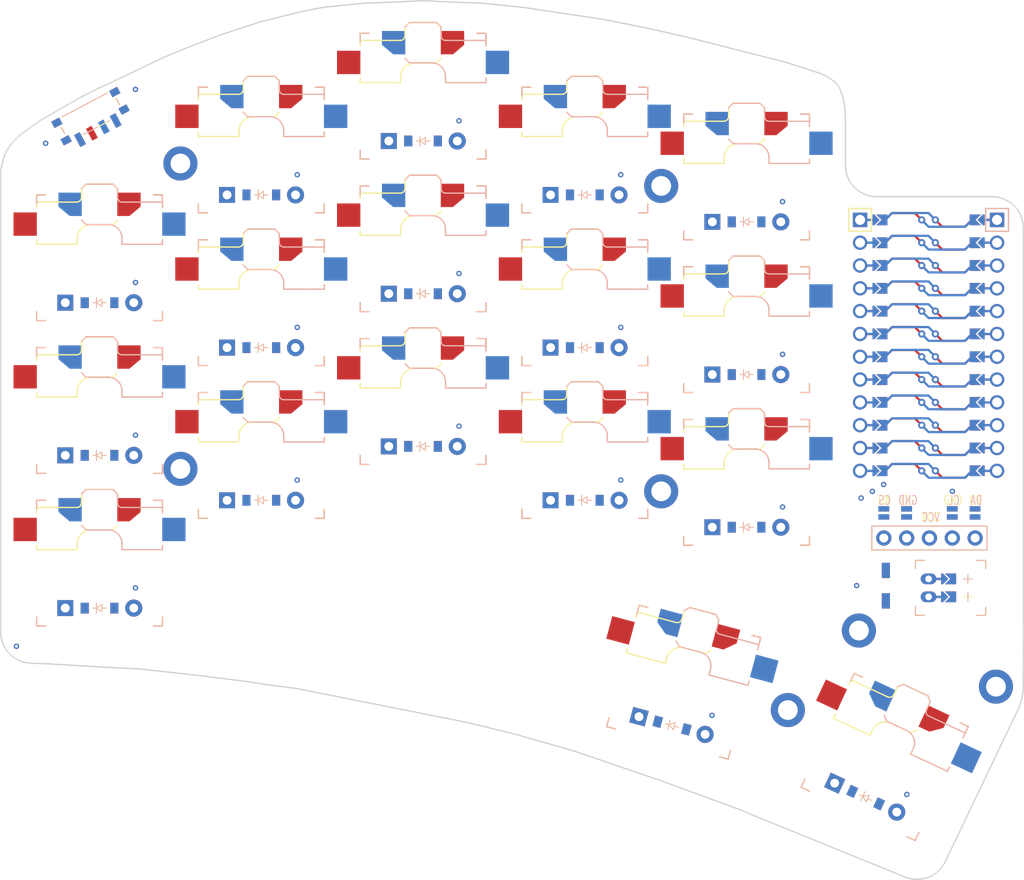
<source format=kicad_pcb>
(kicad_pcb (version 20171130) (host pcbnew 5.1.6)
  (title_block (title snak) (rev v1.0.0) (company Unknown))
  (layers (0 F.Cu signal) (31 B.Cu signal) (34 B.Paste user) (35 F.Paste user) (36 B.SilkS user) (37 F.SilkS user) (38 B.Mask user) (39 F.Mask user) (44 Edge.Cuts user))
  (net 0 "")
  (net 1 "RAW")
  (net 2 "GND")
  (net 3 "RST")
  (net 4 "VCC")
  (net 5 "P21")
  (net 6 "P20")
  (net 7 "P19")
  (net 8 "P18")
  (net 9 "P15")
  (net 10 "P14")
  (net 11 "P16")
  (net 12 "P10")
  (net 13 "P1")
  (net 14 "P0")
  (net 15 "P2")
  (net 16 "P3")
  (net 17 "P4")
  (net 18 "P5")
  (net 19 "P6")
  (net 20 "P7")
  (net 21 "P8")
  (net 22 "P9")
  (net 23 "DISP1_1")
  (net 24 "DISP1_2")
  (net 25 "DISP1_4")
  (net 26 "DISP1_5")
  (net 27 "pinky_bot")
  (net 28 "pinky_mid")
  (net 29 "pinky_top")
  (net 30 "ring_bot")
  (net 31 "ring_mid")
  (net 32 "ring_top")
  (net 33 "middle_bot")
  (net 34 "middle_mid")
  (net 35 "middle_top")
  (net 36 "index_bot")
  (net 37 "index_mid")
  (net 38 "index_top")
  (net 39 "inner_bot")
  (net 40 "inner_mid")
  (net 41 "inner_top")
  (net 42 "out_home")
  (net 43 "in_home")
  (net 44 "pos")
  (net 45 "JST1_1")
  (net 46 "JST1_2")
  (module ProMicro (layer F.Cu) (at 192.25 75.75 -90)
    (fp_text reference "MCU1" hide)
    (pad 2 smd custom (at -11.43 -0.762 -90) (size 0.25 0.25) (layers F.Cu) (options (clearance outline) (anchor circle)) (primitives (gr_line (start 0 0) (end 0.766 -0.766) (width 0.25)) (gr_line (start 0.766 -0.766) (end 0.766 -3.298) (width 0.25)) (gr_line (start 0.766 -3.298) (end 0 -4.064) (width 0.25))) (net 2 "GND"))
    (pad "" thru_hole circle (at -13.97 7.62) (size 1.6 1.6) (drill 1.1) (layers *.Cu *.Mask))
    (pad "" thru_hole circle (at -11.43 7.62) (size 1.6 1.6) (drill 1.1) (layers *.Cu *.Mask))
    (pad "" thru_hole circle (at -8.89 7.62) (size 1.6 1.6) (drill 1.1) (layers *.Cu *.Mask))
    (pad "" thru_hole circle (at -6.35 7.62) (size 1.6 1.6) (drill 1.1) (layers *.Cu *.Mask))
    (pad "" thru_hole circle (at -3.81 7.62) (size 1.6 1.6) (drill 1.1) (layers *.Cu *.Mask))
    (pad "" thru_hole circle (at -1.27 7.62) (size 1.6 1.6) (drill 1.1) (layers *.Cu *.Mask))
    (pad "" thru_hole circle (at 1.27 7.62) (size 1.6 1.6) (drill 1.1) (layers *.Cu *.Mask))
    (pad "" thru_hole circle (at 3.81 7.62) (size 1.6 1.6) (drill 1.1) (layers *.Cu *.Mask))
    (pad "" thru_hole circle (at 6.35 7.62) (size 1.6 1.6) (drill 1.1) (layers *.Cu *.Mask))
    (pad "" thru_hole circle (at 8.89 7.62) (size 1.6 1.6) (drill 1.1) (layers *.Cu *.Mask))
    (pad "" thru_hole circle (at 11.43 7.62) (size 1.6 1.6) (drill 1.1) (layers *.Cu *.Mask))
    (pad "" thru_hole circle (at 13.97 7.62) (size 1.6 1.6) (drill 1.1) (layers *.Cu *.Mask))
    (pad "" thru_hole circle (at 13.97 -7.62) (size 1.6 1.6) (drill 1.1) (layers *.Cu *.Mask))
    (pad "" thru_hole circle (at 11.43 -7.62) (size 1.6 1.6) (drill 1.1) (layers *.Cu *.Mask))
    (pad "" thru_hole circle (at 8.89 -7.62) (size 1.6 1.6) (drill 1.1) (layers *.Cu *.Mask))
    (pad "" thru_hole circle (at 6.35 -7.62) (size 1.6 1.6) (drill 1.1) (layers *.Cu *.Mask))
    (pad "" thru_hole circle (at 3.81 -7.62) (size 1.6 1.6) (drill 1.1) (layers *.Cu *.Mask))
    (pad "" thru_hole circle (at 1.27 -7.62) (size 1.6 1.6) (drill 1.1) (layers *.Cu *.Mask))
    (pad "" thru_hole circle (at -1.27 -7.62) (size 1.6 1.6) (drill 1.1) (layers *.Cu *.Mask))
    (pad "" thru_hole circle (at -3.81 -7.62) (size 1.6 1.6) (drill 1.1) (layers *.Cu *.Mask))
    (pad "" thru_hole circle (at -6.35 -7.62) (size 1.6 1.6) (drill 1.1) (layers *.Cu *.Mask))
    (pad "" thru_hole circle (at -8.89 -7.62) (size 1.6 1.6) (drill 1.1) (layers *.Cu *.Mask))
    (pad "" thru_hole circle (at -11.43 -7.62) (size 1.6 1.6) (drill 1.1) (layers *.Cu *.Mask))
    (pad "" thru_hole circle (at -13.97 -7.62) (size 1.6 1.6) (drill 1.1) (layers *.Cu *.Mask))
    (pad "" smd custom (at -13.97 5.842 90) (size 0.1 0.1) (layers F.Cu F.Mask) (clearance 0.1) (options (clearance outline) (anchor rect)) (primitives (gr_poly (pts (xy 0.6 -0.4) (xy -0.6 -0.4) (xy -0.6 -0.2) (xy 0 0.4) (xy 0.6 -0.2)) (width 0))))
    (pad 24 smd custom (at -13.97 4.826 90) (size 1.2 0.5) (layers F.Cu F.Mask) (net 13 "P1") (clearance 0.1) (options (clearance outline) (anchor rect)) (primitives (gr_poly (pts (xy 0.6 0) (xy -0.6 0) (xy -0.6 -1) (xy 0 -0.4) (xy 0.6 -1)) (width 0))))
    (pad "" smd custom (at -13.97 6.35 90) (size 0.25 1) (layers F.Cu) (options (clearance outline) (anchor rect)) (primitives))
    (pad "" thru_hole rect (at -13.97 7.62 -90) (size 1.6 1.6) (drill 1.1) (layers F.Cu F.Mask))
    (pad "" thru_hole rect (at -13.97 -7.62 -90) (size 1.6 1.6) (drill 1.1) (layers B.Cu B.Mask))
    (pad "" smd custom (at -11.43 6.35 90) (size 0.25 1) (layers F.Cu) (options (clearance outline) (anchor rect)) (primitives))
    (pad "" smd custom (at -11.43 5.842 90) (size 0.1 0.1) (layers F.Cu F.Mask) (clearance 0.1) (options (clearance outline) (anchor rect)) (primitives (gr_poly (pts (xy 0.6 -0.4) (xy -0.6 -0.4) (xy -0.6 -0.2) (xy 0 0.4) (xy 0.6 -0.2)) (width 0))))
    (pad 23 smd custom (at -11.43 4.826 90) (size 1.2 0.5) (layers F.Cu F.Mask) (net 14 "P0") (clearance 0.1) (options (clearance outline) (anchor rect)) (primitives (gr_poly (pts (xy 0.6 0) (xy -0.6 0) (xy -0.6 -1) (xy 0 -0.4) (xy 0.6 -1)) (width 0))))
    (pad "" smd custom (at -8.89 6.35 90) (size 0.25 1) (layers F.Cu) (options (clearance outline) (anchor rect)) (primitives))
    (pad "" smd custom (at -8.89 5.842 90) (size 0.1 0.1) (layers F.Cu F.Mask) (clearance 0.1) (options (clearance outline) (anchor rect)) (primitives (gr_poly (pts (xy 0.6 -0.4) (xy -0.6 -0.4) (xy -0.6 -0.2) (xy 0 0.4) (xy 0.6 -0.2)) (width 0))))
    (pad 22 smd custom (at -8.89 4.826 90) (size 1.2 0.5) (layers F.Cu F.Mask) (net 2 "GND") (clearance 0.1) (options (clearance outline) (anchor rect)) (primitives (gr_poly (pts (xy 0.6 0) (xy -0.6 0) (xy -0.6 -1) (xy 0 -0.4) (xy 0.6 -1)) (width 0))))
    (pad "" smd custom (at -6.35 6.35 90) (size 0.25 1) (layers F.Cu) (options (clearance outline) (anchor rect)) (primitives))
    (pad "" smd custom (at -6.35 5.842 90) (size 0.1 0.1) (layers F.Cu F.Mask) (clearance 0.1) (options (clearance outline) (anchor rect)) (primitives (gr_poly (pts (xy 0.6 -0.4) (xy -0.6 -0.4) (xy -0.6 -0.2) (xy 0 0.4) (xy 0.6 -0.2)) (width 0))))
    (pad 21 smd custom (at -6.35 4.826 90) (size 1.2 0.5) (layers F.Cu F.Mask) (net 2 "GND") (clearance 0.1) (options (clearance outline) (anchor rect)) (primitives (gr_poly (pts (xy 0.6 0) (xy -0.6 0) (xy -0.6 -1) (xy 0 -0.4) (xy 0.6 -1)) (width 0))))
    (pad "" smd custom (at -3.81 6.35 90) (size 0.25 1) (layers F.Cu) (options (clearance outline) (anchor rect)) (primitives))
    (pad "" smd custom (at -3.81 5.842 90) (size 0.1 0.1) (layers F.Cu F.Mask) (clearance 0.1) (options (clearance outline) (anchor rect)) (primitives (gr_poly (pts (xy 0.6 -0.4) (xy -0.6 -0.4) (xy -0.6 -0.2) (xy 0 0.4) (xy 0.6 -0.2)) (width 0))))
    (pad 20 smd custom (at -3.81 4.826 90) (size 1.2 0.5) (layers F.Cu F.Mask) (net 15 "P2") (clearance 0.1) (options (clearance outline) (anchor rect)) (primitives (gr_poly (pts (xy 0.6 0) (xy -0.6 0) (xy -0.6 -1) (xy 0 -0.4) (xy 0.6 -1)) (width 0))))
    (pad "" smd custom (at -1.27 6.35 90) (size 0.25 1) (layers F.Cu) (options (clearance outline) (anchor rect)) (primitives))
    (pad "" smd custom (at -1.27 5.842 90) (size 0.1 0.1) (layers F.Cu F.Mask) (clearance 0.1) (options (clearance outline) (anchor rect)) (primitives (gr_poly (pts (xy 0.6 -0.4) (xy -0.6 -0.4) (xy -0.6 -0.2) (xy 0 0.4) (xy 0.6 -0.2)) (width 0))))
    (pad 19 smd custom (at -1.27 4.826 90) (size 1.2 0.5) (layers F.Cu F.Mask) (net 16 "P3") (clearance 0.1) (options (clearance outline) (anchor rect)) (primitives (gr_poly (pts (xy 0.6 0) (xy -0.6 0) (xy -0.6 -1) (xy 0 -0.4) (xy 0.6 -1)) (width 0))))
    (pad "" smd custom (at 1.27 6.35 90) (size 0.25 1) (layers F.Cu) (options (clearance outline) (anchor rect)) (primitives))
    (pad "" smd custom (at 1.27 5.842 90) (size 0.1 0.1) (layers F.Cu F.Mask) (clearance 0.1) (options (clearance outline) (anchor rect)) (primitives (gr_poly (pts (xy 0.6 -0.4) (xy -0.6 -0.4) (xy -0.6 -0.2) (xy 0 0.4) (xy 0.6 -0.2)) (width 0))))
    (pad 18 smd custom (at 1.27 4.826 90) (size 1.2 0.5) (layers F.Cu F.Mask) (net 17 "P4") (clearance 0.1) (options (clearance outline) (anchor rect)) (primitives (gr_poly (pts (xy 0.6 0) (xy -0.6 0) (xy -0.6 -1) (xy 0 -0.4) (xy 0.6 -1)) (width 0))))
    (pad "" smd custom (at 3.81 6.35 90) (size 0.25 1) (layers F.Cu) (options (clearance outline) (anchor rect)) (primitives))
    (pad "" smd custom (at 3.81 5.842 90) (size 0.1 0.1) (layers F.Cu F.Mask) (clearance 0.1) (options (clearance outline) (anchor rect)) (primitives (gr_poly (pts (xy 0.6 -0.4) (xy -0.6 -0.4) (xy -0.6 -0.2) (xy 0 0.4) (xy 0.6 -0.2)) (width 0))))
    (pad 17 smd custom (at 3.81 4.826 90) (size 1.2 0.5) (layers F.Cu F.Mask) (net 18 "P5") (clearance 0.1) (options (clearance outline) (anchor rect)) (primitives (gr_poly (pts (xy 0.6 0) (xy -0.6 0) (xy -0.6 -1) (xy 0 -0.4) (xy 0.6 -1)) (width 0))))
    (pad "" smd custom (at 6.35 6.35 90) (size 0.25 1) (layers F.Cu) (options (clearance outline) (anchor rect)) (primitives))
    (pad "" smd custom (at 6.35 5.842 90) (size 0.1 0.1) (layers F.Cu F.Mask) (clearance 0.1) (options (clearance outline) (anchor rect)) (primitives (gr_poly (pts (xy 0.6 -0.4) (xy -0.6 -0.4) (xy -0.6 -0.2) (xy 0 0.4) (xy 0.6 -0.2)) (width 0))))
    (pad 16 smd custom (at 6.35 4.826 90) (size 1.2 0.5) (layers F.Cu F.Mask) (net 19 "P6") (clearance 0.1) (options (clearance outline) (anchor rect)) (primitives (gr_poly (pts (xy 0.6 0) (xy -0.6 0) (xy -0.6 -1) (xy 0 -0.4) (xy 0.6 -1)) (width 0))))
    (pad "" smd custom (at 8.89 6.35 90) (size 0.25 1) (layers F.Cu) (options (clearance outline) (anchor rect)) (primitives))
    (pad "" smd custom (at 8.89 5.842 90) (size 0.1 0.1) (layers F.Cu F.Mask) (clearance 0.1) (options (clearance outline) (anchor rect)) (primitives (gr_poly (pts (xy 0.6 -0.4) (xy -0.6 -0.4) (xy -0.6 -0.2) (xy 0 0.4) (xy 0.6 -0.2)) (width 0))))
    (pad 15 smd custom (at 8.89 4.826 90) (size 1.2 0.5) (layers F.Cu F.Mask) (net 20 "P7") (clearance 0.1) (options (clearance outline) (anchor rect)) (primitives (gr_poly (pts (xy 0.6 0) (xy -0.6 0) (xy -0.6 -1) (xy 0 -0.4) (xy 0.6 -1)) (width 0))))
    (pad "" smd custom (at 11.43 6.35 90) (size 0.25 1) (layers F.Cu) (options (clearance outline) (anchor rect)) (primitives))
    (pad "" smd custom (at 11.43 5.842 90) (size 0.1 0.1) (layers F.Cu F.Mask) (clearance 0.1) (options (clearance outline) (anchor rect)) (primitives (gr_poly (pts (xy 0.6 -0.4) (xy -0.6 -0.4) (xy -0.6 -0.2) (xy 0 0.4) (xy 0.6 -0.2)) (width 0))))
    (pad 14 smd custom (at 11.43 4.826 90) (size 1.2 0.5) (layers F.Cu F.Mask) (net 21 "P8") (clearance 0.1) (options (clearance outline) (anchor rect)) (primitives (gr_poly (pts (xy 0.6 0) (xy -0.6 0) (xy -0.6 -1) (xy 0 -0.4) (xy 0.6 -1)) (width 0))))
    (pad "" smd custom (at 13.97 6.35 90) (size 0.25 1) (layers F.Cu) (options (clearance outline) (anchor rect)) (primitives))
    (pad "" smd custom (at 13.97 5.842 90) (size 0.1 0.1) (layers F.Cu F.Mask) (clearance 0.1) (options (clearance outline) (anchor rect)) (primitives (gr_poly (pts (xy 0.6 -0.4) (xy -0.6 -0.4) (xy -0.6 -0.2) (xy 0 0.4) (xy 0.6 -0.2)) (width 0))))
    (pad 13 smd custom (at 13.97 4.826 90) (size 1.2 0.5) (layers F.Cu F.Mask) (net 22 "P9") (clearance 0.1) (options (clearance outline) (anchor rect)) (primitives (gr_poly (pts (xy 0.6 0) (xy -0.6 0) (xy -0.6 -1) (xy 0 -0.4) (xy 0.6 -1)) (width 0))))
    (pad 1 smd custom (at -13.97 -4.826 -90) (size 1.2 0.5) (layers F.Cu F.Mask) (net 1 "RAW") (clearance 0.1) (options (clearance outline) (anchor rect)) (primitives (gr_poly (pts (xy 0.6 0) (xy -0.6 0) (xy -0.6 -1) (xy 0 -0.4) (xy 0.6 -1)) (width 0))))
    (pad 3 smd custom (at -8.89 -4.826 -90) (size 1.2 0.5) (layers F.Cu F.Mask) (net 3 "RST") (clearance 0.1) (options (clearance outline) (anchor rect)) (primitives (gr_poly (pts (xy 0.6 0) (xy -0.6 0) (xy -0.6 -1) (xy 0 -0.4) (xy 0.6 -1)) (width 0))))
    (pad "" smd custom (at -8.89 -6.35 -90) (size 0.25 1) (layers F.Cu) (options (clearance outline) (anchor rect)) (primitives))
    (pad "" smd custom (at -8.89 -5.842 -90) (size 0.1 0.1) (layers F.Cu F.Mask) (clearance 0.1) (options (clearance outline) (anchor rect)) (primitives (gr_poly (pts (xy 0.6 -0.4) (xy -0.6 -0.4) (xy -0.6 -0.2) (xy 0 0.4) (xy 0.6 -0.2)) (width 0))))
    (pad "" smd custom (at -13.97 -5.842 -90) (size 0.1 0.1) (layers F.Cu F.Mask) (clearance 0.1) (options (clearance outline) (anchor rect)) (primitives (gr_poly (pts (xy 0.6 -0.4) (xy -0.6 -0.4) (xy -0.6 -0.2) (xy 0 0.4) (xy 0.6 -0.2)) (width 0))))
    (pad "" smd custom (at -11.43 -6.35 -90) (size 0.25 1) (layers F.Cu) (options (clearance outline) (anchor rect)) (primitives))
    (pad 2 smd custom (at -11.43 -4.826 -90) (size 1.2 0.5) (layers F.Cu F.Mask) (net 2 "GND") (clearance 0.1) (options (clearance outline) (anchor rect)) (primitives (gr_poly (pts (xy 0.6 0) (xy -0.6 0) (xy -0.6 -1) (xy 0 -0.4) (xy 0.6 -1)) (width 0))))
    (pad "" smd custom (at -13.97 -6.35 -90) (size 0.25 1) (layers F.Cu) (options (clearance outline) (anchor rect)) (primitives))
    (pad 4 smd custom (at -6.35 -4.826 -90) (size 1.2 0.5) (layers F.Cu F.Mask) (net 4 "VCC") (clearance 0.1) (options (clearance outline) (anchor rect)) (primitives (gr_poly (pts (xy 0.6 0) (xy -0.6 0) (xy -0.6 -1) (xy 0 -0.4) (xy 0.6 -1)) (width 0))))
    (pad "" smd custom (at -11.43 -5.842 -90) (size 0.1 0.1) (layers F.Cu F.Mask) (clearance 0.1) (options (clearance outline) (anchor rect)) (primitives (gr_poly (pts (xy 0.6 -0.4) (xy -0.6 -0.4) (xy -0.6 -0.2) (xy 0 0.4) (xy 0.6 -0.2)) (width 0))))
    (pad "" smd custom (at -6.35 -5.842 -90) (size 0.1 0.1) (layers F.Cu F.Mask) (clearance 0.1) (options (clearance outline) (anchor rect)) (primitives (gr_poly (pts (xy 0.6 -0.4) (xy -0.6 -0.4) (xy -0.6 -0.2) (xy 0 0.4) (xy 0.6 -0.2)) (width 0))))
    (pad 6 smd custom (at -1.27 -4.826 -90) (size 1.2 0.5) (layers F.Cu F.Mask) (net 6 "P20") (clearance 0.1) (options (clearance outline) (anchor rect)) (primitives (gr_poly (pts (xy 0.6 0) (xy -0.6 0) (xy -0.6 -1) (xy 0 -0.4) (xy 0.6 -1)) (width 0))))
    (pad 7 smd custom (at 1.27 -4.826 -90) (size 1.2 0.5) (layers F.Cu F.Mask) (net 7 "P19") (clearance 0.1) (options (clearance outline) (anchor rect)) (primitives (gr_poly (pts (xy 0.6 0) (xy -0.6 0) (xy -0.6 -1) (xy 0 -0.4) (xy 0.6 -1)) (width 0))))
    (pad "" smd custom (at 13.97 -6.35 -90) (size 0.25 1) (layers F.Cu) (options (clearance outline) (anchor rect)) (primitives))
    (pad "" smd custom (at 1.27 -5.842 -90) (size 0.1 0.1) (layers F.Cu F.Mask) (clearance 0.1) (options (clearance outline) (anchor rect)) (primitives (gr_poly (pts (xy 0.6 -0.4) (xy -0.6 -0.4) (xy -0.6 -0.2) (xy 0 0.4) (xy 0.6 -0.2)) (width 0))))
    (pad "" smd custom (at 8.89 -6.35 -90) (size 0.25 1) (layers F.Cu) (options (clearance outline) (anchor rect)) (primitives))
    (pad 8 smd custom (at 3.81 -4.826 -90) (size 1.2 0.5) (layers F.Cu F.Mask) (net 8 "P18") (clearance 0.1) (options (clearance outline) (anchor rect)) (primitives (gr_poly (pts (xy 0.6 0) (xy -0.6 0) (xy -0.6 -1) (xy 0 -0.4) (xy 0.6 -1)) (width 0))))
    (pad "" smd custom (at 1.27 -6.35 -90) (size 0.25 1) (layers F.Cu) (options (clearance outline) (anchor rect)) (primitives))
    (pad 12 smd custom (at 13.97 -4.826 -90) (size 1.2 0.5) (layers F.Cu F.Mask) (net 12 "P10") (clearance 0.1) (options (clearance outline) (anchor rect)) (primitives (gr_poly (pts (xy 0.6 0) (xy -0.6 0) (xy -0.6 -1) (xy 0 -0.4) (xy 0.6 -1)) (width 0))))
    (pad "" smd custom (at 3.81 -5.842 -90) (size 0.1 0.1) (layers F.Cu F.Mask) (clearance 0.1) (options (clearance outline) (anchor rect)) (primitives (gr_poly (pts (xy 0.6 -0.4) (xy -0.6 -0.4) (xy -0.6 -0.2) (xy 0 0.4) (xy 0.6 -0.2)) (width 0))))
    (pad "" smd custom (at 6.35 -6.35 -90) (size 0.25 1) (layers F.Cu) (options (clearance outline) (anchor rect)) (primitives))
    (pad "" smd custom (at 13.97 -5.842 -90) (size 0.1 0.1) (layers F.Cu F.Mask) (clearance 0.1) (options (clearance outline) (anchor rect)) (primitives (gr_poly (pts (xy 0.6 -0.4) (xy -0.6 -0.4) (xy -0.6 -0.2) (xy 0 0.4) (xy 0.6 -0.2)) (width 0))))
    (pad "" smd custom (at -3.81 -6.35 -90) (size 0.25 1) (layers F.Cu) (options (clearance outline) (anchor rect)) (primitives))
    (pad "" smd custom (at 3.81 -6.35 -90) (size 0.25 1) (layers F.Cu) (options (clearance outline) (anchor rect)) (primitives))
    (pad "" smd custom (at -1.27 -6.35 -90) (size 0.25 1) (layers F.Cu) (options (clearance outline) (anchor rect)) (primitives))
    (pad 9 smd custom (at 6.35 -4.826 -90) (size 1.2 0.5) (layers F.Cu F.Mask) (net 9 "P15") (clearance 0.1) (options (clearance outline) (anchor rect)) (primitives (gr_poly (pts (xy 0.6 0) (xy -0.6 0) (xy -0.6 -1) (xy 0 -0.4) (xy 0.6 -1)) (width 0))))
    (pad "" smd custom (at -6.35 -6.35 -90) (size 0.25 1) (layers F.Cu) (options (clearance outline) (anchor rect)) (primitives))
    (pad "" smd custom (at -3.81 -5.842 -90) (size 0.1 0.1) (layers F.Cu F.Mask) (clearance 0.1) (options (clearance outline) (anchor rect)) (primitives (gr_poly (pts (xy 0.6 -0.4) (xy -0.6 -0.4) (xy -0.6 -0.2) (xy 0 0.4) (xy 0.6 -0.2)) (width 0))))
    (pad "" smd custom (at -1.27 -5.842 -90) (size 0.1 0.1) (layers F.Cu F.Mask) (clearance 0.1) (options (clearance outline) (anchor rect)) (primitives (gr_poly (pts (xy 0.6 -0.4) (xy -0.6 -0.4) (xy -0.6 -0.2) (xy 0 0.4) (xy 0.6 -0.2)) (width 0))))
    (pad "" smd custom (at 6.35 -5.842 -90) (size 0.1 0.1) (layers F.Cu F.Mask) (clearance 0.1) (options (clearance outline) (anchor rect)) (primitives (gr_poly (pts (xy 0.6 -0.4) (xy -0.6 -0.4) (xy -0.6 -0.2) (xy 0 0.4) (xy 0.6 -0.2)) (width 0))))
    (pad 10 smd custom (at 8.89 -4.826 -90) (size 1.2 0.5) (layers F.Cu F.Mask) (net 10 "P14") (clearance 0.1) (options (clearance outline) (anchor rect)) (primitives (gr_poly (pts (xy 0.6 0) (xy -0.6 0) (xy -0.6 -1) (xy 0 -0.4) (xy 0.6 -1)) (width 0))))
    (pad "" smd custom (at 8.89 -5.842 -90) (size 0.1 0.1) (layers F.Cu F.Mask) (clearance 0.1) (options (clearance outline) (anchor rect)) (primitives (gr_poly (pts (xy 0.6 -0.4) (xy -0.6 -0.4) (xy -0.6 -0.2) (xy 0 0.4) (xy 0.6 -0.2)) (width 0))))
    (pad "" smd custom (at 11.43 -5.842 -90) (size 0.1 0.1) (layers F.Cu F.Mask) (clearance 0.1) (options (clearance outline) (anchor rect)) (primitives (gr_poly (pts (xy 0.6 -0.4) (xy -0.6 -0.4) (xy -0.6 -0.2) (xy 0 0.4) (xy 0.6 -0.2)) (width 0))))
    (pad 11 smd custom (at 11.43 -4.826 -90) (size 1.2 0.5) (layers F.Cu F.Mask) (net 11 "P16") (clearance 0.1) (options (clearance outline) (anchor rect)) (primitives (gr_poly (pts (xy 0.6 0) (xy -0.6 0) (xy -0.6 -1) (xy 0 -0.4) (xy 0.6 -1)) (width 0))))
    (pad "" smd custom (at 11.43 -6.35 -90) (size 0.25 1) (layers F.Cu) (options (clearance outline) (anchor rect)) (primitives))
    (pad 5 smd custom (at -3.81 -4.826 -90) (size 1.2 0.5) (layers F.Cu F.Mask) (net 5 "P21") (clearance 0.1) (options (clearance outline) (anchor rect)) (primitives (gr_poly (pts (xy 0.6 0) (xy -0.6 0) (xy -0.6 -1) (xy 0 -0.4) (xy 0.6 -1)) (width 0))))
    (pad "" smd custom (at -13.97 6.35 90) (size 0.25 1) (layers B.Cu) (options (clearance outline) (anchor rect)) (primitives))
    (pad 1 smd custom (at -13.97 4.826 90) (size 1.2 0.5) (layers B.Cu B.Mask) (net 1 "RAW") (clearance 0.1) (options (clearance outline) (anchor rect)) (primitives (gr_poly (pts (xy 0.6 0) (xy -0.6 0) (xy -0.6 -1) (xy 0 -0.4) (xy 0.6 -1)) (width 0))))
    (pad "" smd custom (at -13.97 5.842 90) (size 0.1 0.1) (layers B.Cu B.Mask) (clearance 0.1) (options (clearance outline) (anchor rect)) (primitives (gr_poly (pts (xy 0.6 -0.4) (xy -0.6 -0.4) (xy -0.6 -0.2) (xy 0 0.4) (xy 0.6 -0.2)) (width 0))))
    (pad "" smd custom (at -11.43 6.35 90) (size 0.25 1) (layers B.Cu) (options (clearance outline) (anchor rect)) (primitives))
    (pad "" smd custom (at -11.43 5.842 90) (size 0.1 0.1) (layers B.Cu B.Mask) (clearance 0.1) (options (clearance outline) (anchor rect)) (primitives (gr_poly (pts (xy 0.6 -0.4) (xy -0.6 -0.4) (xy -0.6 -0.2) (xy 0 0.4) (xy 0.6 -0.2)) (width 0))))
    (pad 2 smd custom (at -11.43 4.826 90) (size 1.2 0.5) (layers B.Cu B.Mask) (clearance 0.1) (options (clearance outline) (anchor rect)) (primitives (gr_poly (pts (xy 0.6 0) (xy -0.6 0) (xy -0.6 -1) (xy 0 -0.4) (xy 0.6 -1)) (width 0))))
    (pad "" smd custom (at -8.89 6.35 90) (size 0.25 1) (layers B.Cu) (options (clearance outline) (anchor rect)) (primitives))
    (pad "" smd custom (at -8.89 5.842 90) (size 0.1 0.1) (layers B.Cu B.Mask) (clearance 0.1) (options (clearance outline) (anchor rect)) (primitives (gr_poly (pts (xy 0.6 -0.4) (xy -0.6 -0.4) (xy -0.6 -0.2) (xy 0 0.4) (xy 0.6 -0.2)) (width 0))))
    (pad 3 smd custom (at -8.89 4.826 90) (size 1.2 0.5) (layers B.Cu B.Mask) (net 3 "RST") (clearance 0.1) (options (clearance outline) (anchor rect)) (primitives (gr_poly (pts (xy 0.6 0) (xy -0.6 0) (xy -0.6 -1) (xy 0 -0.4) (xy 0.6 -1)) (width 0))))
    (pad "" smd custom (at -6.35 6.35 90) (size 0.25 1) (layers B.Cu) (options (clearance outline) (anchor rect)) (primitives))
    (pad "" smd custom (at -6.35 5.842 90) (size 0.1 0.1) (layers B.Cu B.Mask) (clearance 0.1) (options (clearance outline) (anchor rect)) (primitives (gr_poly (pts (xy 0.6 -0.4) (xy -0.6 -0.4) (xy -0.6 -0.2) (xy 0 0.4) (xy 0.6 -0.2)) (width 0))))
    (pad 4 smd custom (at -6.35 4.826 90) (size 1.2 0.5) (layers B.Cu B.Mask) (net 4 "VCC") (clearance 0.1) (options (clearance outline) (anchor rect)) (primitives (gr_poly (pts (xy 0.6 0) (xy -0.6 0) (xy -0.6 -1) (xy 0 -0.4) (xy 0.6 -1)) (width 0))))
    (pad "" smd custom (at -3.81 6.35 90) (size 0.25 1) (layers B.Cu) (options (clearance outline) (anchor rect)) (primitives))
    (pad "" smd custom (at -3.81 5.842 90) (size 0.1 0.1) (layers B.Cu B.Mask) (clearance 0.1) (options (clearance outline) (anchor rect)) (primitives (gr_poly (pts (xy 0.6 -0.4) (xy -0.6 -0.4) (xy -0.6 -0.2) (xy 0 0.4) (xy 0.6 -0.2)) (width 0))))
    (pad 5 smd custom (at -3.81 4.826 90) (size 1.2 0.5) (layers B.Cu B.Mask) (net 5 "P21") (clearance 0.1) (options (clearance outline) (anchor rect)) (primitives (gr_poly (pts (xy 0.6 0) (xy -0.6 0) (xy -0.6 -1) (xy 0 -0.4) (xy 0.6 -1)) (width 0))))
    (pad "" smd custom (at -1.27 6.35 90) (size 0.25 1) (layers B.Cu) (options (clearance outline) (anchor rect)) (primitives))
    (pad "" smd custom (at -1.27 5.842 90) (size 0.1 0.1) (layers B.Cu B.Mask) (clearance 0.1) (options (clearance outline) (anchor rect)) (primitives (gr_poly (pts (xy 0.6 -0.4) (xy -0.6 -0.4) (xy -0.6 -0.2) (xy 0 0.4) (xy 0.6 -0.2)) (width 0))))
    (pad 6 smd custom (at -1.27 4.826 90) (size 1.2 0.5) (layers B.Cu B.Mask) (net 6 "P20") (clearance 0.1) (options (clearance outline) (anchor rect)) (primitives (gr_poly (pts (xy 0.6 0) (xy -0.6 0) (xy -0.6 -1) (xy 0 -0.4) (xy 0.6 -1)) (width 0))))
    (pad "" smd custom (at 1.27 6.35 90) (size 0.25 1) (layers B.Cu) (options (clearance outline) (anchor rect)) (primitives))
    (pad "" smd custom (at 1.27 5.842 90) (size 0.1 0.1) (layers B.Cu B.Mask) (clearance 0.1) (options (clearance outline) (anchor rect)) (primitives (gr_poly (pts (xy 0.6 -0.4) (xy -0.6 -0.4) (xy -0.6 -0.2) (xy 0 0.4) (xy 0.6 -0.2)) (width 0))))
    (pad 7 smd custom (at 1.27 4.826 90) (size 1.2 0.5) (layers B.Cu B.Mask) (net 7 "P19") (clearance 0.1) (options (clearance outline) (anchor rect)) (primitives (gr_poly (pts (xy 0.6 0) (xy -0.6 0) (xy -0.6 -1) (xy 0 -0.4) (xy 0.6 -1)) (width 0))))
    (pad "" smd custom (at 3.81 6.35 90) (size 0.25 1) (layers B.Cu) (options (clearance outline) (anchor rect)) (primitives))
    (pad "" smd custom (at 3.81 5.842 90) (size 0.1 0.1) (layers B.Cu B.Mask) (clearance 0.1) (options (clearance outline) (anchor rect)) (primitives (gr_poly (pts (xy 0.6 -0.4) (xy -0.6 -0.4) (xy -0.6 -0.2) (xy 0 0.4) (xy 0.6 -0.2)) (width 0))))
    (pad 8 smd custom (at 3.81 4.826 90) (size 1.2 0.5) (layers B.Cu B.Mask) (net 8 "P18") (clearance 0.1) (options (clearance outline) (anchor rect)) (primitives (gr_poly (pts (xy 0.6 0) (xy -0.6 0) (xy -0.6 -1) (xy 0 -0.4) (xy 0.6 -1)) (width 0))))
    (pad "" smd custom (at 6.35 6.35 90) (size 0.25 1) (layers B.Cu) (options (clearance outline) (anchor rect)) (primitives))
    (pad "" smd custom (at 6.35 5.842 90) (size 0.1 0.1) (layers B.Cu B.Mask) (clearance 0.1) (options (clearance outline) (anchor rect)) (primitives (gr_poly (pts (xy 0.6 -0.4) (xy -0.6 -0.4) (xy -0.6 -0.2) (xy 0 0.4) (xy 0.6 -0.2)) (width 0))))
    (pad 9 smd custom (at 6.35 4.826 90) (size 1.2 0.5) (layers B.Cu B.Mask) (net 9 "P15") (clearance 0.1) (options (clearance outline) (anchor rect)) (primitives (gr_poly (pts (xy 0.6 0) (xy -0.6 0) (xy -0.6 -1) (xy 0 -0.4) (xy 0.6 -1)) (width 0))))
    (pad "" smd custom (at 8.89 6.35 90) (size 0.25 1) (layers B.Cu) (options (clearance outline) (anchor rect)) (primitives))
    (pad "" smd custom (at 8.89 5.842 90) (size 0.1 0.1) (layers B.Cu B.Mask) (clearance 0.1) (options (clearance outline) (anchor rect)) (primitives (gr_poly (pts (xy 0.6 -0.4) (xy -0.6 -0.4) (xy -0.6 -0.2) (xy 0 0.4) (xy 0.6 -0.2)) (width 0))))
    (pad 10 smd custom (at 8.89 4.826 90) (size 1.2 0.5) (layers B.Cu B.Mask) (net 10 "P14") (clearance 0.1) (options (clearance outline) (anchor rect)) (primitives (gr_poly (pts (xy 0.6 0) (xy -0.6 0) (xy -0.6 -1) (xy 0 -0.4) (xy 0.6 -1)) (width 0))))
    (pad "" smd custom (at 11.43 6.35 90) (size 0.25 1) (layers B.Cu) (options (clearance outline) (anchor rect)) (primitives))
    (pad "" smd custom (at 11.43 5.842 90) (size 0.1 0.1) (layers B.Cu B.Mask) (clearance 0.1) (options (clearance outline) (anchor rect)) (primitives (gr_poly (pts (xy 0.6 -0.4) (xy -0.6 -0.4) (xy -0.6 -0.2) (xy 0 0.4) (xy 0.6 -0.2)) (width 0))))
    (pad 11 smd custom (at 11.43 4.826 90) (size 1.2 0.5) (layers B.Cu B.Mask) (net 11 "P16") (clearance 0.1) (options (clearance outline) (anchor rect)) (primitives (gr_poly (pts (xy 0.6 0) (xy -0.6 0) (xy -0.6 -1) (xy 0 -0.4) (xy 0.6 -1)) (width 0))))
    (pad "" smd custom (at 13.97 6.35 90) (size 0.25 1) (layers B.Cu) (options (clearance outline) (anchor rect)) (primitives))
    (pad "" smd custom (at 13.97 5.842 90) (size 0.1 0.1) (layers B.Cu B.Mask) (clearance 0.1) (options (clearance outline) (anchor rect)) (primitives (gr_poly (pts (xy 0.6 -0.4) (xy -0.6 -0.4) (xy -0.6 -0.2) (xy 0 0.4) (xy 0.6 -0.2)) (width 0))))
    (pad 12 smd custom (at 13.97 4.826 90) (size 1.2 0.5) (layers B.Cu B.Mask) (net 12 "P10") (clearance 0.1) (options (clearance outline) (anchor rect)) (primitives (gr_poly (pts (xy 0.6 0) (xy -0.6 0) (xy -0.6 -1) (xy 0 -0.4) (xy 0.6 -1)) (width 0))))
    (pad "" smd custom (at -13.97 -6.35 -90) (size 0.25 1) (layers B.Cu) (options (clearance outline) (anchor rect)) (primitives))
    (pad "" smd custom (at -13.97 -5.842 -90) (size 0.1 0.1) (layers B.Cu B.Mask) (clearance 0.1) (options (clearance outline) (anchor rect)) (primitives (gr_poly (pts (xy 0.6 -0.4) (xy -0.6 -0.4) (xy -0.6 -0.2) (xy 0 0.4) (xy 0.6 -0.2)) (width 0))))
    (pad 24 smd custom (at -13.97 -4.826 -90) (size 1.2 0.5) (layers B.Cu B.Mask) (net 13 "P1") (clearance 0.1) (options (clearance outline) (anchor rect)) (primitives (gr_poly (pts (xy 0.6 0) (xy -0.6 0) (xy -0.6 -1) (xy 0 -0.4) (xy 0.6 -1)) (width 0))))
    (pad 23 smd custom (at -11.43 -4.826 -90) (size 1.2 0.5) (layers B.Cu B.Mask) (net 14 "P0") (clearance 0.1) (options (clearance outline) (anchor rect)) (primitives (gr_poly (pts (xy 0.6 0) (xy -0.6 0) (xy -0.6 -1) (xy 0 -0.4) (xy 0.6 -1)) (width 0))))
    (pad "" smd custom (at -11.43 -6.35 -90) (size 0.25 1) (layers B.Cu) (options (clearance outline) (anchor rect)) (primitives))
    (pad "" smd custom (at -11.43 -5.842 -90) (size 0.1 0.1) (layers B.Cu B.Mask) (clearance 0.1) (options (clearance outline) (anchor rect)) (primitives (gr_poly (pts (xy 0.6 -0.4) (xy -0.6 -0.4) (xy -0.6 -0.2) (xy 0 0.4) (xy 0.6 -0.2)) (width 0))))
    (pad 22 smd custom (at -8.89 -4.826 -90) (size 1.2 0.5) (layers B.Cu B.Mask) (net 2 "GND") (clearance 0.1) (options (clearance outline) (anchor rect)) (primitives (gr_poly (pts (xy 0.6 0) (xy -0.6 0) (xy -0.6 -1) (xy 0 -0.4) (xy 0.6 -1)) (width 0))))
    (pad "" smd custom (at -8.89 -6.35 -90) (size 0.25 1) (layers B.Cu) (options (clearance outline) (anchor rect)) (primitives))
    (pad "" smd custom (at -8.89 -5.842 -90) (size 0.1 0.1) (layers B.Cu B.Mask) (clearance 0.1) (options (clearance outline) (anchor rect)) (primitives (gr_poly (pts (xy 0.6 -0.4) (xy -0.6 -0.4) (xy -0.6 -0.2) (xy 0 0.4) (xy 0.6 -0.2)) (width 0))))
    (pad 21 smd custom (at -6.35 -4.826 -90) (size 1.2 0.5) (layers B.Cu B.Mask) (net 2 "GND") (clearance 0.1) (options (clearance outline) (anchor rect)) (primitives (gr_poly (pts (xy 0.6 0) (xy -0.6 0) (xy -0.6 -1) (xy 0 -0.4) (xy 0.6 -1)) (width 0))))
    (pad "" smd custom (at -6.35 -6.35 -90) (size 0.25 1) (layers B.Cu) (options (clearance outline) (anchor rect)) (primitives))
    (pad "" smd custom (at -6.35 -5.842 -90) (size 0.1 0.1) (layers B.Cu B.Mask) (clearance 0.1) (options (clearance outline) (anchor rect)) (primitives (gr_poly (pts (xy 0.6 -0.4) (xy -0.6 -0.4) (xy -0.6 -0.2) (xy 0 0.4) (xy 0.6 -0.2)) (width 0))))
    (pad 20 smd custom (at -3.81 -4.826 -90) (size 1.2 0.5) (layers B.Cu B.Mask) (net 15 "P2") (clearance 0.1) (options (clearance outline) (anchor rect)) (primitives (gr_poly (pts (xy 0.6 0) (xy -0.6 0) (xy -0.6 -1) (xy 0 -0.4) (xy 0.6 -1)) (width 0))))
    (pad "" smd custom (at -3.81 -6.35 -90) (size 0.25 1) (layers B.Cu) (options (clearance outline) (anchor rect)) (primitives))
    (pad "" smd custom (at -3.81 -5.842 -90) (size 0.1 0.1) (layers B.Cu B.Mask) (clearance 0.1) (options (clearance outline) (anchor rect)) (primitives (gr_poly (pts (xy 0.6 -0.4) (xy -0.6 -0.4) (xy -0.6 -0.2) (xy 0 0.4) (xy 0.6 -0.2)) (width 0))))
    (pad 19 smd custom (at -1.27 -4.826 -90) (size 1.2 0.5) (layers B.Cu B.Mask) (net 16 "P3") (clearance 0.1) (options (clearance outline) (anchor rect)) (primitives (gr_poly (pts (xy 0.6 0) (xy -0.6 0) (xy -0.6 -1) (xy 0 -0.4) (xy 0.6 -1)) (width 0))))
    (pad "" smd custom (at -1.27 -6.35 -90) (size 0.25 1) (layers B.Cu) (options (clearance outline) (anchor rect)) (primitives))
    (pad "" smd custom (at -1.27 -5.842 -90) (size 0.1 0.1) (layers B.Cu B.Mask) (clearance 0.1) (options (clearance outline) (anchor rect)) (primitives (gr_poly (pts (xy 0.6 -0.4) (xy -0.6 -0.4) (xy -0.6 -0.2) (xy 0 0.4) (xy 0.6 -0.2)) (width 0))))
    (pad 18 smd custom (at 1.27 -4.826 -90) (size 1.2 0.5) (layers B.Cu B.Mask) (net 17 "P4") (clearance 0.1) (options (clearance outline) (anchor rect)) (primitives (gr_poly (pts (xy 0.6 0) (xy -0.6 0) (xy -0.6 -1) (xy 0 -0.4) (xy 0.6 -1)) (width 0))))
    (pad "" smd custom (at 1.27 -6.35 -90) (size 0.25 1) (layers B.Cu) (options (clearance outline) (anchor rect)) (primitives))
    (pad "" smd custom (at 1.27 -5.842 -90) (size 0.1 0.1) (layers B.Cu B.Mask) (clearance 0.1) (options (clearance outline) (anchor rect)) (primitives (gr_poly (pts (xy 0.6 -0.4) (xy -0.6 -0.4) (xy -0.6 -0.2) (xy 0 0.4) (xy 0.6 -0.2)) (width 0))))
    (pad 17 smd custom (at 3.81 -4.826 -90) (size 1.2 0.5) (layers B.Cu B.Mask) (net 18 "P5") (clearance 0.1) (options (clearance outline) (anchor rect)) (primitives (gr_poly (pts (xy 0.6 0) (xy -0.6 0) (xy -0.6 -1) (xy 0 -0.4) (xy 0.6 -1)) (width 0))))
    (pad "" smd custom (at 3.81 -6.35 -90) (size 0.25 1) (layers B.Cu) (options (clearance outline) (anchor rect)) (primitives))
    (pad "" smd custom (at 3.81 -5.842 -90) (size 0.1 0.1) (layers B.Cu B.Mask) (clearance 0.1) (options (clearance outline) (anchor rect)) (primitives (gr_poly (pts (xy 0.6 -0.4) (xy -0.6 -0.4) (xy -0.6 -0.2) (xy 0 0.4) (xy 0.6 -0.2)) (width 0))))
    (pad 16 smd custom (at 6.35 -4.826 -90) (size 1.2 0.5) (layers B.Cu B.Mask) (net 19 "P6") (clearance 0.1) (options (clearance outline) (anchor rect)) (primitives (gr_poly (pts (xy 0.6 0) (xy -0.6 0) (xy -0.6 -1) (xy 0 -0.4) (xy 0.6 -1)) (width 0))))
    (pad "" smd custom (at 6.35 -6.35 -90) (size 0.25 1) (layers B.Cu) (options (clearance outline) (anchor rect)) (primitives))
    (pad "" smd custom (at 6.35 -5.842 -90) (size 0.1 0.1) (layers B.Cu B.Mask) (clearance 0.1) (options (clearance outline) (anchor rect)) (primitives (gr_poly (pts (xy 0.6 -0.4) (xy -0.6 -0.4) (xy -0.6 -0.2) (xy 0 0.4) (xy 0.6 -0.2)) (width 0))))
    (pad 15 smd custom (at 8.89 -4.826 -90) (size 1.2 0.5) (layers B.Cu B.Mask) (net 20 "P7") (clearance 0.1) (options (clearance outline) (anchor rect)) (primitives (gr_poly (pts (xy 0.6 0) (xy -0.6 0) (xy -0.6 -1) (xy 0 -0.4) (xy 0.6 -1)) (width 0))))
    (pad "" smd custom (at 8.89 -6.35 -90) (size 0.25 1) (layers B.Cu) (options (clearance outline) (anchor rect)) (primitives))
    (pad "" smd custom (at 8.89 -5.842 -90) (size 0.1 0.1) (layers B.Cu B.Mask) (clearance 0.1) (options (clearance outline) (anchor rect)) (primitives (gr_poly (pts (xy 0.6 -0.4) (xy -0.6 -0.4) (xy -0.6 -0.2) (xy 0 0.4) (xy 0.6 -0.2)) (width 0))))
    (pad 14 smd custom (at 11.43 -4.826 -90) (size 1.2 0.5) (layers B.Cu B.Mask) (net 21 "P8") (clearance 0.1) (options (clearance outline) (anchor rect)) (primitives (gr_poly (pts (xy 0.6 0) (xy -0.6 0) (xy -0.6 -1) (xy 0 -0.4) (xy 0.6 -1)) (width 0))))
    (pad "" smd custom (at 11.43 -6.35 -90) (size 0.25 1) (layers B.Cu) (options (clearance outline) (anchor rect)) (primitives))
    (pad "" smd custom (at 11.43 -5.842 -90) (size 0.1 0.1) (layers B.Cu B.Mask) (clearance 0.1) (options (clearance outline) (anchor rect)) (primitives (gr_poly (pts (xy 0.6 -0.4) (xy -0.6 -0.4) (xy -0.6 -0.2) (xy 0 0.4) (xy 0.6 -0.2)) (width 0))))
    (pad 13 smd custom (at 13.97 -4.826 -90) (size 1.2 0.5) (layers B.Cu B.Mask) (net 22 "P9") (clearance 0.1) (options (clearance outline) (anchor rect)) (primitives (gr_poly (pts (xy 0.6 0) (xy -0.6 0) (xy -0.6 -1) (xy 0 -0.4) (xy 0.6 -1)) (width 0))))
    (pad "" smd custom (at 13.97 -6.35 -90) (size 0.25 1) (layers B.Cu) (options (clearance outline) (anchor rect)) (primitives))
    (pad "" smd custom (at 13.97 -5.842 -90) (size 0.1 0.1) (layers B.Cu B.Mask) (clearance 0.1) (options (clearance outline) (anchor rect)) (primitives (gr_poly (pts (xy 0.6 -0.4) (xy -0.6 -0.4) (xy -0.6 -0.2) (xy 0 0.4) (xy 0.6 -0.2)) (width 0))))
    (pad 23 smd custom (at -11.43 0.762 90) (size 0.25 0.25) (layers F.Cu) (net 14 "P0") (options (clearance outline) (anchor circle)) (primitives (gr_line (start 0 0) (end 0.762 -0.762) (width 0.25)) (gr_line (start 0.762 -0.762) (end 0.762 -3.302) (width 0.25)) (gr_line (start 0.762 -3.302) (end 0 -4.064) (width 0.25))))
    (pad 23 smd custom (at -11.43 0.762 90) (size 0.25 0.25) (layers B.Cu) (net 14 "P0") (options (clearance outline) (anchor circle)) (primitives (gr_line (start 0 0) (end -0.766 0.766) (width 0.25)) (gr_line (start -0.766 0.766) (end -0.766 4.822) (width 0.25)) (gr_line (start -0.766 4.822) (end 0 5.588) (width 0.25))))
    (pad 2 smd custom (at -11.43 -0.762 -90) (size 0.25 0.25) (layers B.Cu) (net 2 "GND") (options (clearance outline) (anchor circle)) (primitives (gr_line (start 0 0) (end -0.766 0.766) (width 0.25)) (gr_line (start -0.766 0.766) (end -0.766 4.822) (width 0.25)) (gr_line (start -0.766 4.822) (end 0 5.588) (width 0.25))))
    (pad 2 thru_hole circle (at -11.43 -0.762 90) (size 0.8 0.8) (drill 0.4) (layers *.Cu) (net 2 "GND"))
    (pad 23 thru_hole circle (at -11.43 0.762 90) (size 0.8 0.8) (drill 0.4) (layers *.Cu) (net 14 "P0"))
    (pad 24 thru_hole circle (at -13.97 0.762 90) (size 0.8 0.8) (drill 0.4) (layers *.Cu) (net 13 "P1"))
    (pad 1 thru_hole circle (at -13.97 -0.762 90) (size 0.8 0.8) (drill 0.4) (layers *.Cu) (net 1 "RAW"))
    (pad 24 smd custom (at -13.97 0.762 90) (size 0.25 0.25) (layers B.Cu) (net 13 "P1") (options (clearance outline) (anchor circle)) (primitives (gr_line (start 0 0) (end -0.766 0.766) (width 0.25)) (gr_line (start -0.766 0.766) (end -0.766 4.822) (width 0.25)) (gr_line (start -0.766 4.822) (end 0 5.588) (width 0.25))))
    (pad 1 smd custom (at -13.97 -0.762 -90) (size 0.25 0.25) (layers B.Cu) (net 1 "RAW") (options (clearance outline) (anchor circle)) (primitives (gr_line (start 0 0) (end -0.766 0.766) (width 0.25)) (gr_line (start -0.766 0.766) (end -0.766 4.822) (width 0.25)) (gr_line (start -0.766 4.822) (end 0 5.588) (width 0.25))))
    (pad 1 smd custom (at -13.97 -0.762 -90) (size 0.25 0.25) (layers F.Cu) (net 1 "RAW") (options (clearance outline) (anchor circle)) (primitives (gr_line (start 0 0) (end 0.766 -0.766) (width 0.25)) (gr_line (start 0.766 -0.766) (end 0.766 -3.298) (width 0.25)) (gr_line (start 0.766 -3.298) (end 0 -4.064) (width 0.25))))
    (pad 24 smd custom (at -13.97 0.762 90) (size 0.25 0.25) (layers F.Cu) (net 13 "P1") (options (clearance outline) (anchor circle)) (primitives (gr_line (start 0 0) (end 0.762 -0.762) (width 0.25)) (gr_line (start 0.762 -0.762) (end 0.762 -3.302) (width 0.25)) (gr_line (start 0.762 -3.302) (end 0 -4.064) (width 0.25))))
    (pad 22 thru_hole circle (at -8.89 0.762 90) (size 0.8 0.8) (drill 0.4) (layers *.Cu) (net 2 "GND"))
    (pad 3 thru_hole circle (at -8.89 -0.762 90) (size 0.8 0.8) (drill 0.4) (layers *.Cu) (net 3 "RST"))
    (pad 22 smd custom (at -8.89 0.762 90) (size 0.25 0.25) (layers B.Cu) (net 2 "GND") (options (clearance outline) (anchor circle)) (primitives (gr_line (start 0 0) (end -0.766 0.766) (width 0.25)) (gr_line (start -0.766 0.766) (end -0.766 4.822) (width 0.25)) (gr_line (start -0.766 4.822) (end 0 5.588) (width 0.25))))
    (pad 3 smd custom (at -8.89 -0.762 -90) (size 0.25 0.25) (layers B.Cu) (net 3 "RST") (options (clearance outline) (anchor circle)) (primitives (gr_line (start 0 0) (end -0.766 0.766) (width 0.25)) (gr_line (start -0.766 0.766) (end -0.766 4.822) (width 0.25)) (gr_line (start -0.766 4.822) (end 0 5.588) (width 0.25))))
    (pad 3 smd custom (at -8.89 -0.762 -90) (size 0.25 0.25) (layers F.Cu) (net 3 "RST") (options (clearance outline) (anchor circle)) (primitives (gr_line (start 0 0) (end 0.766 -0.766) (width 0.25)) (gr_line (start 0.766 -0.766) (end 0.766 -3.298) (width 0.25)) (gr_line (start 0.766 -3.298) (end 0 -4.064) (width 0.25))))
    (pad 22 smd custom (at -8.89 0.762 90) (size 0.25 0.25) (layers F.Cu) (net 2 "GND") (options (clearance outline) (anchor circle)) (primitives (gr_line (start 0 0) (end 0.762 -0.762) (width 0.25)) (gr_line (start 0.762 -0.762) (end 0.762 -3.302) (width 0.25)) (gr_line (start 0.762 -3.302) (end 0 -4.064) (width 0.25))))
    (pad 21 thru_hole circle (at -6.35 0.762 90) (size 0.8 0.8) (drill 0.4) (layers *.Cu) (net 2 "GND"))
    (pad 4 thru_hole circle (at -6.35 -0.762 90) (size 0.8 0.8) (drill 0.4) (layers *.Cu) (net 4 "VCC"))
    (pad 21 smd custom (at -6.35 0.762 90) (size 0.25 0.25) (layers B.Cu) (net 2 "GND") (options (clearance outline) (anchor circle)) (primitives (gr_line (start 0 0) (end -0.766 0.766) (width 0.25)) (gr_line (start -0.766 0.766) (end -0.766 4.822) (width 0.25)) (gr_line (start -0.766 4.822) (end 0 5.588) (width 0.25))))
    (pad 4 smd custom (at -6.35 -0.762 -90) (size 0.25 0.25) (layers B.Cu) (net 4 "VCC") (options (clearance outline) (anchor circle)) (primitives (gr_line (start 0 0) (end -0.766 0.766) (width 0.25)) (gr_line (start -0.766 0.766) (end -0.766 4.822) (width 0.25)) (gr_line (start -0.766 4.822) (end 0 5.588) (width 0.25))))
    (pad 4 smd custom (at -6.35 -0.762 -90) (size 0.25 0.25) (layers F.Cu) (net 4 "VCC") (options (clearance outline) (anchor circle)) (primitives (gr_line (start 0 0) (end 0.766 -0.766) (width 0.25)) (gr_line (start 0.766 -0.766) (end 0.766 -3.298) (width 0.25)) (gr_line (start 0.766 -3.298) (end 0 -4.064) (width 0.25))))
    (pad 21 smd custom (at -6.35 0.762 90) (size 0.25 0.25) (layers F.Cu) (net 2 "GND") (options (clearance outline) (anchor circle)) (primitives (gr_line (start 0 0) (end 0.762 -0.762) (width 0.25)) (gr_line (start 0.762 -0.762) (end 0.762 -3.302) (width 0.25)) (gr_line (start 0.762 -3.302) (end 0 -4.064) (width 0.25))))
    (pad 20 thru_hole circle (at -3.81 0.762 90) (size 0.8 0.8) (drill 0.4) (layers *.Cu) (net 15 "P2"))
    (pad 5 thru_hole circle (at -3.81 -0.762 90) (size 0.8 0.8) (drill 0.4) (layers *.Cu) (net 5 "P21"))
    (pad 20 smd custom (at -3.81 0.762 90) (size 0.25 0.25) (layers B.Cu) (net 15 "P2") (options (clearance outline) (anchor circle)) (primitives (gr_line (start 0 0) (end -0.766 0.766) (width 0.25)) (gr_line (start -0.766 0.766) (end -0.766 4.822) (width 0.25)) (gr_line (start -0.766 4.822) (end 0 5.588) (width 0.25))))
    (pad 5 smd custom (at -3.81 -0.762 -90) (size 0.25 0.25) (layers B.Cu) (net 5 "P21") (options (clearance outline) (anchor circle)) (primitives (gr_line (start 0 0) (end -0.766 0.766) (width 0.25)) (gr_line (start -0.766 0.766) (end -0.766 4.822) (width 0.25)) (gr_line (start -0.766 4.822) (end 0 5.588) (width 0.25))))
    (pad 5 smd custom (at -3.81 -0.762 -90) (size 0.25 0.25) (layers F.Cu) (net 5 "P21") (options (clearance outline) (anchor circle)) (primitives (gr_line (start 0 0) (end 0.766 -0.766) (width 0.25)) (gr_line (start 0.766 -0.766) (end 0.766 -3.298) (width 0.25)) (gr_line (start 0.766 -3.298) (end 0 -4.064) (width 0.25))))
    (pad 20 smd custom (at -3.81 0.762 90) (size 0.25 0.25) (layers F.Cu) (net 15 "P2") (options (clearance outline) (anchor circle)) (primitives (gr_line (start 0 0) (end 0.762 -0.762) (width 0.25)) (gr_line (start 0.762 -0.762) (end 0.762 -3.302) (width 0.25)) (gr_line (start 0.762 -3.302) (end 0 -4.064) (width 0.25))))
    (pad 19 thru_hole circle (at -1.27 0.762 90) (size 0.8 0.8) (drill 0.4) (layers *.Cu) (net 16 "P3"))
    (pad 6 thru_hole circle (at -1.27 -0.762 90) (size 0.8 0.8) (drill 0.4) (layers *.Cu) (net 6 "P20"))
    (pad 19 smd custom (at -1.27 0.762 90) (size 0.25 0.25) (layers B.Cu) (net 16 "P3") (options (clearance outline) (anchor circle)) (primitives (gr_line (start 0 0) (end -0.766 0.766) (width 0.25)) (gr_line (start -0.766 0.766) (end -0.766 4.822) (width 0.25)) (gr_line (start -0.766 4.822) (end 0 5.588) (width 0.25))))
    (pad 6 smd custom (at -1.27 -0.762 -90) (size 0.25 0.25) (layers B.Cu) (net 6 "P20") (options (clearance outline) (anchor circle)) (primitives (gr_line (start 0 0) (end -0.766 0.766) (width 0.25)) (gr_line (start -0.766 0.766) (end -0.766 4.822) (width 0.25)) (gr_line (start -0.766 4.822) (end 0 5.588) (width 0.25))))
    (pad 6 smd custom (at -1.27 -0.762 -90) (size 0.25 0.25) (layers F.Cu) (net 6 "P20") (options (clearance outline) (anchor circle)) (primitives (gr_line (start 0 0) (end 0.766 -0.766) (width 0.25)) (gr_line (start 0.766 -0.766) (end 0.766 -3.298) (width 0.25)) (gr_line (start 0.766 -3.298) (end 0 -4.064) (width 0.25))))
    (pad 19 smd custom (at -1.27 0.762 90) (size 0.25 0.25) (layers F.Cu) (net 16 "P3") (options (clearance outline) (anchor circle)) (primitives (gr_line (start 0 0) (end 0.762 -0.762) (width 0.25)) (gr_line (start 0.762 -0.762) (end 0.762 -3.302) (width 0.25)) (gr_line (start 0.762 -3.302) (end 0 -4.064) (width 0.25))))
    (pad 18 thru_hole circle (at 1.27 0.762 90) (size 0.8 0.8) (drill 0.4) (layers *.Cu) (net 17 "P4"))
    (pad 7 thru_hole circle (at 1.27 -0.762 90) (size 0.8 0.8) (drill 0.4) (layers *.Cu) (net 7 "P19"))
    (pad 18 smd custom (at 1.27 0.762 90) (size 0.25 0.25) (layers B.Cu) (net 17 "P4") (options (clearance outline) (anchor circle)) (primitives (gr_line (start 0 0) (end -0.766 0.766) (width 0.25)) (gr_line (start -0.766 0.766) (end -0.766 4.822) (width 0.25)) (gr_line (start -0.766 4.822) (end 0 5.588) (width 0.25))))
    (pad 7 smd custom (at 1.27 -0.762 -90) (size 0.25 0.25) (layers B.Cu) (net 7 "P19") (options (clearance outline) (anchor circle)) (primitives (gr_line (start 0 0) (end -0.766 0.766) (width 0.25)) (gr_line (start -0.766 0.766) (end -0.766 4.822) (width 0.25)) (gr_line (start -0.766 4.822) (end 0 5.588) (width 0.25))))
    (pad 7 smd custom (at 1.27 -0.762 -90) (size 0.25 0.25) (layers F.Cu) (net 7 "P19") (options (clearance outline) (anchor circle)) (primitives (gr_line (start 0 0) (end 0.766 -0.766) (width 0.25)) (gr_line (start 0.766 -0.766) (end 0.766 -3.298) (width 0.25)) (gr_line (start 0.766 -3.298) (end 0 -4.064) (width 0.25))))
    (pad 18 smd custom (at 1.27 0.762 90) (size 0.25 0.25) (layers F.Cu) (net 17 "P4") (options (clearance outline) (anchor circle)) (primitives (gr_line (start 0 0) (end 0.762 -0.762) (width 0.25)) (gr_line (start 0.762 -0.762) (end 0.762 -3.302) (width 0.25)) (gr_line (start 0.762 -3.302) (end 0 -4.064) (width 0.25))))
    (pad 17 thru_hole circle (at 3.81 0.762 90) (size 0.8 0.8) (drill 0.4) (layers *.Cu) (net 18 "P5"))
    (pad 8 thru_hole circle (at 3.81 -0.762 90) (size 0.8 0.8) (drill 0.4) (layers *.Cu) (net 8 "P18"))
    (pad 17 smd custom (at 3.81 0.762 90) (size 0.25 0.25) (layers B.Cu) (net 18 "P5") (options (clearance outline) (anchor circle)) (primitives (gr_line (start 0 0) (end -0.766 0.766) (width 0.25)) (gr_line (start -0.766 0.766) (end -0.766 4.822) (width 0.25)) (gr_line (start -0.766 4.822) (end 0 5.588) (width 0.25))))
    (pad 8 smd custom (at 3.81 -0.762 -90) (size 0.25 0.25) (layers B.Cu) (net 8 "P18") (options (clearance outline) (anchor circle)) (primitives (gr_line (start 0 0) (end -0.766 0.766) (width 0.25)) (gr_line (start -0.766 0.766) (end -0.766 4.822) (width 0.25)) (gr_line (start -0.766 4.822) (end 0 5.588) (width 0.25))))
    (pad 8 smd custom (at 3.81 -0.762 -90) (size 0.25 0.25) (layers F.Cu) (net 8 "P18") (options (clearance outline) (anchor circle)) (primitives (gr_line (start 0 0) (end 0.766 -0.766) (width 0.25)) (gr_line (start 0.766 -0.766) (end 0.766 -3.298) (width 0.25)) (gr_line (start 0.766 -3.298) (end 0 -4.064) (width 0.25))))
    (pad 17 smd custom (at 3.81 0.762 90) (size 0.25 0.25) (layers F.Cu) (net 18 "P5") (options (clearance outline) (anchor circle)) (primitives (gr_line (start 0 0) (end 0.762 -0.762) (width 0.25)) (gr_line (start 0.762 -0.762) (end 0.762 -3.302) (width 0.25)) (gr_line (start 0.762 -3.302) (end 0 -4.064) (width 0.25))))
    (pad 16 thru_hole circle (at 6.35 0.762 90) (size 0.8 0.8) (drill 0.4) (layers *.Cu) (net 19 "P6"))
    (pad 9 thru_hole circle (at 6.35 -0.762 90) (size 0.8 0.8) (drill 0.4) (layers *.Cu) (net 9 "P15"))
    (pad 16 smd custom (at 6.35 0.762 90) (size 0.25 0.25) (layers B.Cu) (net 19 "P6") (options (clearance outline) (anchor circle)) (primitives (gr_line (start 0 0) (end -0.766 0.766) (width 0.25)) (gr_line (start -0.766 0.766) (end -0.766 4.822) (width 0.25)) (gr_line (start -0.766 4.822) (end 0 5.588) (width 0.25))))
    (pad 9 smd custom (at 6.35 -0.762 -90) (size 0.25 0.25) (layers B.Cu) (net 9 "P15") (options (clearance outline) (anchor circle)) (primitives (gr_line (start 0 0) (end -0.766 0.766) (width 0.25)) (gr_line (start -0.766 0.766) (end -0.766 4.822) (width 0.25)) (gr_line (start -0.766 4.822) (end 0 5.588) (width 0.25))))
    (pad 9 smd custom (at 6.35 -0.762 -90) (size 0.25 0.25) (layers F.Cu) (net 9 "P15") (options (clearance outline) (anchor circle)) (primitives (gr_line (start 0 0) (end 0.766 -0.766) (width 0.25)) (gr_line (start 0.766 -0.766) (end 0.766 -3.298) (width 0.25)) (gr_line (start 0.766 -3.298) (end 0 -4.064) (width 0.25))))
    (pad 16 smd custom (at 6.35 0.762 90) (size 0.25 0.25) (layers F.Cu) (net 19 "P6") (options (clearance outline) (anchor circle)) (primitives (gr_line (start 0 0) (end 0.762 -0.762) (width 0.25)) (gr_line (start 0.762 -0.762) (end 0.762 -3.302) (width 0.25)) (gr_line (start 0.762 -3.302) (end 0 -4.064) (width 0.25))))
    (pad 15 thru_hole circle (at 8.89 0.762 90) (size 0.8 0.8) (drill 0.4) (layers *.Cu) (net 20 "P7"))
    (pad 10 thru_hole circle (at 8.89 -0.762 90) (size 0.8 0.8) (drill 0.4) (layers *.Cu) (net 10 "P14"))
    (pad 15 smd custom (at 8.89 0.762 90) (size 0.25 0.25) (layers B.Cu) (net 20 "P7") (options (clearance outline) (anchor circle)) (primitives (gr_line (start 0 0) (end -0.766 0.766) (width 0.25)) (gr_line (start -0.766 0.766) (end -0.766 4.822) (width 0.25)) (gr_line (start -0.766 4.822) (end 0 5.588) (width 0.25))))
    (pad 10 smd custom (at 8.89 -0.762 -90) (size 0.25 0.25) (layers B.Cu) (net 10 "P14") (options (clearance outline) (anchor circle)) (primitives (gr_line (start 0 0) (end -0.766 0.766) (width 0.25)) (gr_line (start -0.766 0.766) (end -0.766 4.822) (width 0.25)) (gr_line (start -0.766 4.822) (end 0 5.588) (width 0.25))))
    (pad 10 smd custom (at 8.89 -0.762 -90) (size 0.25 0.25) (layers F.Cu) (net 10 "P14") (options (clearance outline) (anchor circle)) (primitives (gr_line (start 0 0) (end 0.766 -0.766) (width 0.25)) (gr_line (start 0.766 -0.766) (end 0.766 -3.298) (width 0.25)) (gr_line (start 0.766 -3.298) (end 0 -4.064) (width 0.25))))
    (pad 15 smd custom (at 8.89 0.762 90) (size 0.25 0.25) (layers F.Cu) (net 20 "P7") (options (clearance outline) (anchor circle)) (primitives (gr_line (start 0 0) (end 0.762 -0.762) (width 0.25)) (gr_line (start 0.762 -0.762) (end 0.762 -3.302) (width 0.25)) (gr_line (start 0.762 -3.302) (end 0 -4.064) (width 0.25))))
    (pad 14 thru_hole circle (at 11.43 0.762 90) (size 0.8 0.8) (drill 0.4) (layers *.Cu) (net 21 "P8"))
    (pad 11 thru_hole circle (at 11.43 -0.762 90) (size 0.8 0.8) (drill 0.4) (layers *.Cu) (net 11 "P16"))
    (pad 14 smd custom (at 11.43 0.762 90) (size 0.25 0.25) (layers B.Cu) (net 21 "P8") (options (clearance outline) (anchor circle)) (primitives (gr_line (start 0 0) (end -0.766 0.766) (width 0.25)) (gr_line (start -0.766 0.766) (end -0.766 4.822) (width 0.25)) (gr_line (start -0.766 4.822) (end 0 5.588) (width 0.25))))
    (pad 11 smd custom (at 11.43 -0.762 -90) (size 0.25 0.25) (layers B.Cu) (net 11 "P16") (options (clearance outline) (anchor circle)) (primitives (gr_line (start 0 0) (end -0.766 0.766) (width 0.25)) (gr_line (start -0.766 0.766) (end -0.766 4.822) (width 0.25)) (gr_line (start -0.766 4.822) (end 0 5.588) (width 0.25))))
    (pad 11 smd custom (at 11.43 -0.762 -90) (size 0.25 0.25) (layers F.Cu) (net 11 "P16") (options (clearance outline) (anchor circle)) (primitives (gr_line (start 0 0) (end 0.766 -0.766) (width 0.25)) (gr_line (start 0.766 -0.766) (end 0.766 -3.298) (width 0.25)) (gr_line (start 0.766 -3.298) (end 0 -4.064) (width 0.25))))
    (pad 14 smd custom (at 11.43 0.762 90) (size 0.25 0.25) (layers F.Cu) (net 21 "P8") (options (clearance outline) (anchor circle)) (primitives (gr_line (start 0 0) (end 0.762 -0.762) (width 0.25)) (gr_line (start 0.762 -0.762) (end 0.762 -3.302) (width 0.25)) (gr_line (start 0.762 -3.302) (end 0 -4.064) (width 0.25))))
    (pad 13 thru_hole circle (at 13.97 0.762 90) (size 0.8 0.8) (drill 0.4) (layers *.Cu) (net 22 "P9"))
    (pad 12 thru_hole circle (at 13.97 -0.762 90) (size 0.8 0.8) (drill 0.4) (layers *.Cu) (net 12 "P10"))
    (pad 13 smd custom (at 13.97 0.762 90) (size 0.25 0.25) (layers B.Cu) (net 22 "P9") (options (clearance outline) (anchor circle)) (primitives (gr_line (start 0 0) (end -0.766 0.766) (width 0.25)) (gr_line (start -0.766 0.766) (end -0.766 4.822) (width 0.25)) (gr_line (start -0.766 4.822) (end 0 5.588) (width 0.25))))
    (pad 12 smd custom (at 13.97 -0.762 -90) (size 0.25 0.25) (layers B.Cu) (net 12 "P10") (options (clearance outline) (anchor circle)) (primitives (gr_line (start 0 0) (end -0.766 0.766) (width 0.25)) (gr_line (start -0.766 0.766) (end -0.766 4.822) (width 0.25)) (gr_line (start -0.766 4.822) (end 0 5.588) (width 0.25))))
    (pad 12 smd custom (at 13.97 -0.762 -90) (size 0.25 0.25) (layers F.Cu) (net 12 "P10") (options (clearance outline) (anchor circle)) (primitives (gr_line (start 0 0) (end 0.766 -0.766) (width 0.25)) (gr_line (start 0.766 -0.766) (end 0.766 -3.298) (width 0.25)) (gr_line (start 0.766 -3.298) (end 0 -4.064) (width 0.25))))
    (pad 13 smd custom (at 13.97 0.762 90) (size 0.25 0.25) (layers F.Cu) (net 22 "P9") (options (clearance outline) (anchor circle)) (primitives (gr_line (start 0 0) (end 0.762 -0.762) (width 0.25)) (gr_line (start 0.762 -0.762) (end 0.762 -3.302) (width 0.25)) (gr_line (start 0.762 -3.302) (end 0 -4.064) (width 0.25))))
  )
  (module nice!view (layer F.Cu) (at 192.35 80.5 0)
    (fp_text reference "DISP1" hide)
    (pad 14 smd rect (at -5.08 13.45 90) (size 0.6 1.2) (layers F.Cu F.Mask) (net 18 "P5"))
    (pad 15 smd rect (at -2.54 13.45 90) (size 0.6 1.2) (layers F.Cu F.Mask) (net 19 "P6"))
    (pad 16 smd rect (at 2.54 13.45 90) (size 0.6 1.2) (layers F.Cu F.Mask) (net 2 "GND"))
    (pad 17 smd rect (at 5.08 13.45 90) (size 0.6 1.2) (layers F.Cu F.Mask) (net 20 "P7"))
    (pad 10 smd rect (at -5.08 14.35 90) (size 0.6 1.2) (layers F.Cu F.Mask) (net 23 "DISP1_1"))
    (pad 11 smd rect (at -2.54 14.35 90) (size 0.6 1.2) (layers F.Cu F.Mask) (net 24 "DISP1_2"))
    (pad 12 smd rect (at 2.54 14.35 90) (size 0.6 1.2) (layers F.Cu F.Mask) (net 25 "DISP1_4"))
    (pad 13 smd rect (at 5.08 14.35 90) (size 0.6 1.2) (layers F.Cu F.Mask) (net 26 "DISP1_5"))
    (pad 24 smd rect (at 5.08 13.45 270) (size 0.6 1.2) (layers B.Cu B.Mask) (net 18 "P5"))
    (pad 25 smd rect (at 2.54 13.45 270) (size 0.6 1.2) (layers B.Cu B.Mask) (net 19 "P6"))
    (pad 26 smd rect (at -2.54 13.45 270) (size 0.6 1.2) (layers B.Cu B.Mask) (net 2 "GND"))
    (pad 27 smd rect (at -5.08 13.45 270) (size 0.6 1.2) (layers B.Cu B.Mask) (net 20 "P7"))
    (pad 20 smd rect (at 5.08 14.35 270) (size 0.6 1.2) (layers B.Cu B.Mask) (net 26 "DISP1_5"))
    (pad 21 smd rect (at 2.54 14.35 270) (size 0.6 1.2) (layers B.Cu B.Mask) (net 25 "DISP1_4"))
    (pad 22 smd rect (at -2.54 14.35 270) (size 0.6 1.2) (layers B.Cu B.Mask) (net 24 "DISP1_2"))
    (pad 23 smd rect (at -5.08 14.35 270) (size 0.6 1.2) (layers B.Cu B.Mask) (net 23 "DISP1_1"))
    (fp_text user DA (at -5.08 12.5 0) (layer F.SilkS) (effects (font (size 1 0.7) (thickness 0.1))))
    (fp_text user CS (at 5.12 12.5 0) (layer F.SilkS) (effects (font (size 1 0.7) (thickness 0.1))))
    (fp_text user GND (at 2.62 12.5 0) (layer F.SilkS) (effects (font (size 1 0.7) (thickness 0.1))))
    (fp_text user VCC (at 0.15 14.4 0) (layer F.SilkS) (effects (font (size 1 0.7) (thickness 0.1))))
    (fp_text user CL (at -2.48 12.5 0) (layer F.SilkS) (effects (font (size 1 0.7) (thickness 0.1))))
    (fp_text user CS (at -4.98 12.5 0) (layer B.SilkS) (effects (font (size 1 0.7) (thickness 0.1)) (justify mirror)))
    (fp_text user VCC (at 0.15 14.4 0) (layer B.SilkS) (effects (font (size 1 0.7) (thickness 0.1)) (justify mirror)))
    (fp_text user DA (at 5.22 12.5 0) (layer B.SilkS) (effects (font (size 1 0.7) (thickness 0.1)) (justify mirror)))
    (fp_text user CL (at 2.72 12.5 0) (layer B.SilkS) (effects (font (size 1 0.7) (thickness 0.1)) (justify mirror)))
    (fp_text user GND (at -2.38 12.5 0) (layer B.SilkS) (effects (font (size 1 0.7) (thickness 0.1)) (justify mirror)))
    (pad 1 thru_hole oval (at -5.08 16.7 270) (size 1.7 1.7) (drill 1) (layers *.Cu *.Mask) (net 23 "DISP1_1"))
    (pad 2 thru_hole oval (at -2.54 16.7 270) (size 1.7 1.7) (drill 1) (layers *.Cu *.Mask) (net 24 "DISP1_2"))
    (pad 3 thru_hole oval (at 0 16.7 270) (size 1.7 1.7) (drill 1) (layers *.Cu *.Mask) (net 4 "VCC"))
    (pad 4 thru_hole oval (at 2.54 16.7 270) (size 1.7 1.7) (drill 1) (layers *.Cu *.Mask) (net 25 "DISP1_4"))
    (pad 5 thru_hole circle (at 5.08 16.7 270) (size 1.7 1.7) (drill 1) (layers *.Cu *.Mask) (net 26 "DISP1_5"))
  )
  (module VIA-0.6mm (layer F.Cu) (at 184.75 92.75 0)
    (fp_text reference REF** hide)
    (fp_text value VIA-0.6mm hide)
    (pad 1 thru_hole circle (at 0 0) (size 0.6 0.6) (drill 0.3) (layers *.Cu) (net 18 "P5"))
  )
  (module VIA-0.6mm (layer F.Cu) (at 186 92 0)
    (fp_text reference REF** hide)
    (fp_text value VIA-0.6mm hide)
    (pad 1 thru_hole circle (at 0 0) (size 0.6 0.6) (drill 0.3) (layers *.Cu) (net 19 "P6"))
  )
  (module VIA-0.6mm (layer F.Cu) (at 187.25 91.25 0)
    (fp_text reference REF** hide)
    (fp_text value VIA-0.6mm hide)
    (pad 1 thru_hole circle (at 0 0) (size 0.6 0.6) (drill 0.3) (layers *.Cu) (net 20 "P7"))
  )
  (module VIA-0.6mm (layer F.Cu) (at 194.9 92 0)
    (fp_text reference REF** hide)
    (fp_text value VIA-0.6mm hide)
    (pad 1 thru_hole circle (at 0 0) (size 0.6 0.6) (drill 0.3) (layers *.Cu) (net 2 "GND"))
  )
  (module PG1350 (layer F.Cu) (at 100 100 0)
    (fp_text reference "S1" hide)
    (pad "" np_thru_hole circle (at 0 0) (size 3.429 3.429) (drill 3.429) (layers *.Cu *.Mask))
    (pad "" np_thru_hole circle (at 5.5 0) (size 1.7018 1.7018) (drill 1.7018) (layers *.Cu *.Mask))
    (pad "" np_thru_hole circle (at -5.5 0) (size 1.7018 1.7018) (drill 1.7018) (layers *.Cu *.Mask))
    (pad "" np_thru_hole circle (at 0 -5.95) (size 3 3) (drill 3) (layers *.Cu *.Mask))
    (pad 1 smd custom (at -3.275 -5.95 0) (size 1 1) (layers B.Cu B.Paste B.Mask) (options (clearance outline) (anchor rect)) (primitives (gr_poly (pts (xy -1.3 -1.3) (xy -1.3 0.25) (xy -0.05 1.3) (xy 1.3 1.3) (xy 1.3 -1.3)) (width 0))) (net 13 "P1"))
    (pad 2 smd rect (at 8.275 -3.75 0) (size 2.6 2.6) (layers B.Cu B.Paste B.Mask) (net 27 "pinky_bot"))
    (pad "" np_thru_hole circle (at 5 -3.75 195) (size 3 3) (drill 3) (layers *.Cu *.Mask))
    (pad 1 connect custom (at 3.275 -5.95 0) (size 0.5 0.5) (layers F.Cu F.Mask) (options (clearance outline) (anchor rect)) (primitives (gr_poly (pts (xy -1.3 -1.3) (xy -1.3 1.3) (xy 0.05 1.3) (xy 1.3 0.25) (xy 1.3 -1.3)) (width 0))) (net 13 "P1"))
    (pad 2 smd rect (at -8.275 -3.75 0) (size 2.6 2.6) (layers F.Cu F.Paste F.Mask) (net 27 "pinky_bot"))
    (pad "" np_thru_hole circle (at -5 -3.75 195) (size 3 3) (drill 3) (layers *.Cu *.Mask))
  )
  (module PG1350 (layer F.Cu) (at 100 83 0)
    (fp_text reference "S2" hide)
    (pad "" np_thru_hole circle (at 0 0) (size 3.429 3.429) (drill 3.429) (layers *.Cu *.Mask))
    (pad "" np_thru_hole circle (at 5.5 0) (size 1.7018 1.7018) (drill 1.7018) (layers *.Cu *.Mask))
    (pad "" np_thru_hole circle (at -5.5 0) (size 1.7018 1.7018) (drill 1.7018) (layers *.Cu *.Mask))
    (pad "" np_thru_hole circle (at 0 -5.95) (size 3 3) (drill 3) (layers *.Cu *.Mask))
    (pad 1 smd custom (at -3.275 -5.95 0) (size 1 1) (layers B.Cu B.Paste B.Mask) (options (clearance outline) (anchor rect)) (primitives (gr_poly (pts (xy -1.3 -1.3) (xy -1.3 0.25) (xy -0.05 1.3) (xy 1.3 1.3) (xy 1.3 -1.3)) (width 0))) (net 13 "P1"))
    (pad 2 smd rect (at 8.275 -3.75 0) (size 2.6 2.6) (layers B.Cu B.Paste B.Mask) (net 28 "pinky_mid"))
    (pad "" np_thru_hole circle (at 5 -3.75 195) (size 3 3) (drill 3) (layers *.Cu *.Mask))
    (pad 1 connect custom (at 3.275 -5.95 0) (size 0.5 0.5) (layers F.Cu F.Mask) (options (clearance outline) (anchor rect)) (primitives (gr_poly (pts (xy -1.3 -1.3) (xy -1.3 1.3) (xy 0.05 1.3) (xy 1.3 0.25) (xy 1.3 -1.3)) (width 0))) (net 13 "P1"))
    (pad 2 smd rect (at -8.275 -3.75 0) (size 2.6 2.6) (layers F.Cu F.Paste F.Mask) (net 28 "pinky_mid"))
    (pad "" np_thru_hole circle (at -5 -3.75 195) (size 3 3) (drill 3) (layers *.Cu *.Mask))
  )
  (module PG1350 (layer F.Cu) (at 100 66 0)
    (fp_text reference "S3" hide)
    (pad "" np_thru_hole circle (at 0 0) (size 3.429 3.429) (drill 3.429) (layers *.Cu *.Mask))
    (pad "" np_thru_hole circle (at 5.5 0) (size 1.7018 1.7018) (drill 1.7018) (layers *.Cu *.Mask))
    (pad "" np_thru_hole circle (at -5.5 0) (size 1.7018 1.7018) (drill 1.7018) (layers *.Cu *.Mask))
    (pad "" np_thru_hole circle (at 0 -5.95) (size 3 3) (drill 3) (layers *.Cu *.Mask))
    (pad 1 smd custom (at -3.275 -5.95 0) (size 1 1) (layers B.Cu B.Paste B.Mask) (options (clearance outline) (anchor rect)) (primitives (gr_poly (pts (xy -1.3 -1.3) (xy -1.3 0.25) (xy -0.05 1.3) (xy 1.3 1.3) (xy 1.3 -1.3)) (width 0))) (net 13 "P1"))
    (pad 2 smd rect (at 8.275 -3.75 0) (size 2.6 2.6) (layers B.Cu B.Paste B.Mask) (net 29 "pinky_top"))
    (pad "" np_thru_hole circle (at 5 -3.75 195) (size 3 3) (drill 3) (layers *.Cu *.Mask))
    (pad 1 connect custom (at 3.275 -5.95 0) (size 0.5 0.5) (layers F.Cu F.Mask) (options (clearance outline) (anchor rect)) (primitives (gr_poly (pts (xy -1.3 -1.3) (xy -1.3 1.3) (xy 0.05 1.3) (xy 1.3 0.25) (xy 1.3 -1.3)) (width 0))) (net 13 "P1"))
    (pad 2 smd rect (at -8.275 -3.75 0) (size 2.6 2.6) (layers F.Cu F.Paste F.Mask) (net 29 "pinky_top"))
    (pad "" np_thru_hole circle (at -5 -3.75 195) (size 3 3) (drill 3) (layers *.Cu *.Mask))
  )
  (module PG1350 (layer F.Cu) (at 118 88 0)
    (fp_text reference "S4" hide)
    (pad "" np_thru_hole circle (at 0 0) (size 3.429 3.429) (drill 3.429) (layers *.Cu *.Mask))
    (pad "" np_thru_hole circle (at 5.5 0) (size 1.7018 1.7018) (drill 1.7018) (layers *.Cu *.Mask))
    (pad "" np_thru_hole circle (at -5.5 0) (size 1.7018 1.7018) (drill 1.7018) (layers *.Cu *.Mask))
    (pad "" np_thru_hole circle (at 0 -5.95) (size 3 3) (drill 3) (layers *.Cu *.Mask))
    (pad 1 smd custom (at -3.275 -5.95 0) (size 1 1) (layers B.Cu B.Paste B.Mask) (options (clearance outline) (anchor rect)) (primitives (gr_poly (pts (xy -1.3 -1.3) (xy -1.3 0.25) (xy -0.05 1.3) (xy 1.3 1.3) (xy 1.3 -1.3)) (width 0))) (net 14 "P0"))
    (pad 2 smd rect (at 8.275 -3.75 0) (size 2.6 2.6) (layers B.Cu B.Paste B.Mask) (net 30 "ring_bot"))
    (pad "" np_thru_hole circle (at 5 -3.75 195) (size 3 3) (drill 3) (layers *.Cu *.Mask))
    (pad 1 connect custom (at 3.275 -5.95 0) (size 0.5 0.5) (layers F.Cu F.Mask) (options (clearance outline) (anchor rect)) (primitives (gr_poly (pts (xy -1.3 -1.3) (xy -1.3 1.3) (xy 0.05 1.3) (xy 1.3 0.25) (xy 1.3 -1.3)) (width 0))) (net 14 "P0"))
    (pad 2 smd rect (at -8.275 -3.75 0) (size 2.6 2.6) (layers F.Cu F.Paste F.Mask) (net 30 "ring_bot"))
    (pad "" np_thru_hole circle (at -5 -3.75 195) (size 3 3) (drill 3) (layers *.Cu *.Mask))
  )
  (module PG1350 (layer F.Cu) (at 118 71 0)
    (fp_text reference "S5" hide)
    (pad "" np_thru_hole circle (at 0 0) (size 3.429 3.429) (drill 3.429) (layers *.Cu *.Mask))
    (pad "" np_thru_hole circle (at 5.5 0) (size 1.7018 1.7018) (drill 1.7018) (layers *.Cu *.Mask))
    (pad "" np_thru_hole circle (at -5.5 0) (size 1.7018 1.7018) (drill 1.7018) (layers *.Cu *.Mask))
    (pad "" np_thru_hole circle (at 0 -5.95) (size 3 3) (drill 3) (layers *.Cu *.Mask))
    (pad 1 smd custom (at -3.275 -5.95 0) (size 1 1) (layers B.Cu B.Paste B.Mask) (options (clearance outline) (anchor rect)) (primitives (gr_poly (pts (xy -1.3 -1.3) (xy -1.3 0.25) (xy -0.05 1.3) (xy 1.3 1.3) (xy 1.3 -1.3)) (width 0))) (net 14 "P0"))
    (pad 2 smd rect (at 8.275 -3.75 0) (size 2.6 2.6) (layers B.Cu B.Paste B.Mask) (net 31 "ring_mid"))
    (pad "" np_thru_hole circle (at 5 -3.75 195) (size 3 3) (drill 3) (layers *.Cu *.Mask))
    (pad 1 connect custom (at 3.275 -5.95 0) (size 0.5 0.5) (layers F.Cu F.Mask) (options (clearance outline) (anchor rect)) (primitives (gr_poly (pts (xy -1.3 -1.3) (xy -1.3 1.3) (xy 0.05 1.3) (xy 1.3 0.25) (xy 1.3 -1.3)) (width 0))) (net 14 "P0"))
    (pad 2 smd rect (at -8.275 -3.75 0) (size 2.6 2.6) (layers F.Cu F.Paste F.Mask) (net 31 "ring_mid"))
    (pad "" np_thru_hole circle (at -5 -3.75 195) (size 3 3) (drill 3) (layers *.Cu *.Mask))
  )
  (module PG1350 (layer F.Cu) (at 118 54 0)
    (fp_text reference "S6" hide)
    (pad "" np_thru_hole circle (at 0 0) (size 3.429 3.429) (drill 3.429) (layers *.Cu *.Mask))
    (pad "" np_thru_hole circle (at 5.5 0) (size 1.7018 1.7018) (drill 1.7018) (layers *.Cu *.Mask))
    (pad "" np_thru_hole circle (at -5.5 0) (size 1.7018 1.7018) (drill 1.7018) (layers *.Cu *.Mask))
    (pad "" np_thru_hole circle (at 0 -5.95) (size 3 3) (drill 3) (layers *.Cu *.Mask))
    (pad 1 smd custom (at -3.275 -5.95 0) (size 1 1) (layers B.Cu B.Paste B.Mask) (options (clearance outline) (anchor rect)) (primitives (gr_poly (pts (xy -1.3 -1.3) (xy -1.3 0.25) (xy -0.05 1.3) (xy 1.3 1.3) (xy 1.3 -1.3)) (width 0))) (net 14 "P0"))
    (pad 2 smd rect (at 8.275 -3.75 0) (size 2.6 2.6) (layers B.Cu B.Paste B.Mask) (net 32 "ring_top"))
    (pad "" np_thru_hole circle (at 5 -3.75 195) (size 3 3) (drill 3) (layers *.Cu *.Mask))
    (pad 1 connect custom (at 3.275 -5.95 0) (size 0.5 0.5) (layers F.Cu F.Mask) (options (clearance outline) (anchor rect)) (primitives (gr_poly (pts (xy -1.3 -1.3) (xy -1.3 1.3) (xy 0.05 1.3) (xy 1.3 0.25) (xy 1.3 -1.3)) (width 0))) (net 14 "P0"))
    (pad 2 smd rect (at -8.275 -3.75 0) (size 2.6 2.6) (layers F.Cu F.Paste F.Mask) (net 32 "ring_top"))
    (pad "" np_thru_hole circle (at -5 -3.75 195) (size 3 3) (drill 3) (layers *.Cu *.Mask))
  )
  (module PG1350 (layer F.Cu) (at 136 82 0)
    (fp_text reference "S7" hide)
    (pad "" np_thru_hole circle (at 0 0) (size 3.429 3.429) (drill 3.429) (layers *.Cu *.Mask))
    (pad "" np_thru_hole circle (at 5.5 0) (size 1.7018 1.7018) (drill 1.7018) (layers *.Cu *.Mask))
    (pad "" np_thru_hole circle (at -5.5 0) (size 1.7018 1.7018) (drill 1.7018) (layers *.Cu *.Mask))
    (pad "" np_thru_hole circle (at 0 -5.95) (size 3 3) (drill 3) (layers *.Cu *.Mask))
    (pad 1 smd custom (at -3.275 -5.95 0) (size 1 1) (layers B.Cu B.Paste B.Mask) (options (clearance outline) (anchor rect)) (primitives (gr_poly (pts (xy -1.3 -1.3) (xy -1.3 0.25) (xy -0.05 1.3) (xy 1.3 1.3) (xy 1.3 -1.3)) (width 0))) (net 15 "P2"))
    (pad 2 smd rect (at 8.275 -3.75 0) (size 2.6 2.6) (layers B.Cu B.Paste B.Mask) (net 33 "middle_bot"))
    (pad "" np_thru_hole circle (at 5 -3.75 195) (size 3 3) (drill 3) (layers *.Cu *.Mask))
    (pad 1 connect custom (at 3.275 -5.95 0) (size 0.5 0.5) (layers F.Cu F.Mask) (options (clearance outline) (anchor rect)) (primitives (gr_poly (pts (xy -1.3 -1.3) (xy -1.3 1.3) (xy 0.05 1.3) (xy 1.3 0.25) (xy 1.3 -1.3)) (width 0))) (net 15 "P2"))
    (pad 2 smd rect (at -8.275 -3.75 0) (size 2.6 2.6) (layers F.Cu F.Paste F.Mask) (net 33 "middle_bot"))
    (pad "" np_thru_hole circle (at -5 -3.75 195) (size 3 3) (drill 3) (layers *.Cu *.Mask))
  )
  (module PG1350 (layer F.Cu) (at 136 65 0)
    (fp_text reference "S8" hide)
    (pad "" np_thru_hole circle (at 0 0) (size 3.429 3.429) (drill 3.429) (layers *.Cu *.Mask))
    (pad "" np_thru_hole circle (at 5.5 0) (size 1.7018 1.7018) (drill 1.7018) (layers *.Cu *.Mask))
    (pad "" np_thru_hole circle (at -5.5 0) (size 1.7018 1.7018) (drill 1.7018) (layers *.Cu *.Mask))
    (pad "" np_thru_hole circle (at 0 -5.95) (size 3 3) (drill 3) (layers *.Cu *.Mask))
    (pad 1 smd custom (at -3.275 -5.95 0) (size 1 1) (layers B.Cu B.Paste B.Mask) (options (clearance outline) (anchor rect)) (primitives (gr_poly (pts (xy -1.3 -1.3) (xy -1.3 0.25) (xy -0.05 1.3) (xy 1.3 1.3) (xy 1.3 -1.3)) (width 0))) (net 15 "P2"))
    (pad 2 smd rect (at 8.275 -3.75 0) (size 2.6 2.6) (layers B.Cu B.Paste B.Mask) (net 34 "middle_mid"))
    (pad "" np_thru_hole circle (at 5 -3.75 195) (size 3 3) (drill 3) (layers *.Cu *.Mask))
    (pad 1 connect custom (at 3.275 -5.95 0) (size 0.5 0.5) (layers F.Cu F.Mask) (options (clearance outline) (anchor rect)) (primitives (gr_poly (pts (xy -1.3 -1.3) (xy -1.3 1.3) (xy 0.05 1.3) (xy 1.3 0.25) (xy 1.3 -1.3)) (width 0))) (net 15 "P2"))
    (pad 2 smd rect (at -8.275 -3.75 0) (size 2.6 2.6) (layers F.Cu F.Paste F.Mask) (net 34 "middle_mid"))
    (pad "" np_thru_hole circle (at -5 -3.75 195) (size 3 3) (drill 3) (layers *.Cu *.Mask))
  )
  (module PG1350 (layer F.Cu) (at 136 48 0)
    (fp_text reference "S9" hide)
    (pad "" np_thru_hole circle (at 0 0) (size 3.429 3.429) (drill 3.429) (layers *.Cu *.Mask))
    (pad "" np_thru_hole circle (at 5.5 0) (size 1.7018 1.7018) (drill 1.7018) (layers *.Cu *.Mask))
    (pad "" np_thru_hole circle (at -5.5 0) (size 1.7018 1.7018) (drill 1.7018) (layers *.Cu *.Mask))
    (pad "" np_thru_hole circle (at 0 -5.95) (size 3 3) (drill 3) (layers *.Cu *.Mask))
    (pad 1 smd custom (at -3.275 -5.95 0) (size 1 1) (layers B.Cu B.Paste B.Mask) (options (clearance outline) (anchor rect)) (primitives (gr_poly (pts (xy -1.3 -1.3) (xy -1.3 0.25) (xy -0.05 1.3) (xy 1.3 1.3) (xy 1.3 -1.3)) (width 0))) (net 15 "P2"))
    (pad 2 smd rect (at 8.275 -3.75 0) (size 2.6 2.6) (layers B.Cu B.Paste B.Mask) (net 35 "middle_top"))
    (pad "" np_thru_hole circle (at 5 -3.75 195) (size 3 3) (drill 3) (layers *.Cu *.Mask))
    (pad 1 connect custom (at 3.275 -5.95 0) (size 0.5 0.5) (layers F.Cu F.Mask) (options (clearance outline) (anchor rect)) (primitives (gr_poly (pts (xy -1.3 -1.3) (xy -1.3 1.3) (xy 0.05 1.3) (xy 1.3 0.25) (xy 1.3 -1.3)) (width 0))) (net 15 "P2"))
    (pad 2 smd rect (at -8.275 -3.75 0) (size 2.6 2.6) (layers F.Cu F.Paste F.Mask) (net 35 "middle_top"))
    (pad "" np_thru_hole circle (at -5 -3.75 195) (size 3 3) (drill 3) (layers *.Cu *.Mask))
  )
  (module PG1350 (layer F.Cu) (at 154 88 0)
    (fp_text reference "S10" hide)
    (pad "" np_thru_hole circle (at 0 0) (size 3.429 3.429) (drill 3.429) (layers *.Cu *.Mask))
    (pad "" np_thru_hole circle (at 5.5 0) (size 1.7018 1.7018) (drill 1.7018) (layers *.Cu *.Mask))
    (pad "" np_thru_hole circle (at -5.5 0) (size 1.7018 1.7018) (drill 1.7018) (layers *.Cu *.Mask))
    (pad "" np_thru_hole circle (at 0 -5.95) (size 3 3) (drill 3) (layers *.Cu *.Mask))
    (pad 1 smd custom (at -3.275 -5.95 0) (size 1 1) (layers B.Cu B.Paste B.Mask) (options (clearance outline) (anchor rect)) (primitives (gr_poly (pts (xy -1.3 -1.3) (xy -1.3 0.25) (xy -0.05 1.3) (xy 1.3 1.3) (xy 1.3 -1.3)) (width 0))) (net 16 "P3"))
    (pad 2 smd rect (at 8.275 -3.75 0) (size 2.6 2.6) (layers B.Cu B.Paste B.Mask) (net 36 "index_bot"))
    (pad "" np_thru_hole circle (at 5 -3.75 195) (size 3 3) (drill 3) (layers *.Cu *.Mask))
    (pad 1 connect custom (at 3.275 -5.95 0) (size 0.5 0.5) (layers F.Cu F.Mask) (options (clearance outline) (anchor rect)) (primitives (gr_poly (pts (xy -1.3 -1.3) (xy -1.3 1.3) (xy 0.05 1.3) (xy 1.3 0.25) (xy 1.3 -1.3)) (width 0))) (net 16 "P3"))
    (pad 2 smd rect (at -8.275 -3.75 0) (size 2.6 2.6) (layers F.Cu F.Paste F.Mask) (net 36 "index_bot"))
    (pad "" np_thru_hole circle (at -5 -3.75 195) (size 3 3) (drill 3) (layers *.Cu *.Mask))
  )
  (module PG1350 (layer F.Cu) (at 154 71 0)
    (fp_text reference "S11" hide)
    (pad "" np_thru_hole circle (at 0 0) (size 3.429 3.429) (drill 3.429) (layers *.Cu *.Mask))
    (pad "" np_thru_hole circle (at 5.5 0) (size 1.7018 1.7018) (drill 1.7018) (layers *.Cu *.Mask))
    (pad "" np_thru_hole circle (at -5.5 0) (size 1.7018 1.7018) (drill 1.7018) (layers *.Cu *.Mask))
    (pad "" np_thru_hole circle (at 0 -5.95) (size 3 3) (drill 3) (layers *.Cu *.Mask))
    (pad 1 smd custom (at -3.275 -5.95 0) (size 1 1) (layers B.Cu B.Paste B.Mask) (options (clearance outline) (anchor rect)) (primitives (gr_poly (pts (xy -1.3 -1.3) (xy -1.3 0.25) (xy -0.05 1.3) (xy 1.3 1.3) (xy 1.3 -1.3)) (width 0))) (net 16 "P3"))
    (pad 2 smd rect (at 8.275 -3.75 0) (size 2.6 2.6) (layers B.Cu B.Paste B.Mask) (net 37 "index_mid"))
    (pad "" np_thru_hole circle (at 5 -3.75 195) (size 3 3) (drill 3) (layers *.Cu *.Mask))
    (pad 1 connect custom (at 3.275 -5.95 0) (size 0.5 0.5) (layers F.Cu F.Mask) (options (clearance outline) (anchor rect)) (primitives (gr_poly (pts (xy -1.3 -1.3) (xy -1.3 1.3) (xy 0.05 1.3) (xy 1.3 0.25) (xy 1.3 -1.3)) (width 0))) (net 16 "P3"))
    (pad 2 smd rect (at -8.275 -3.75 0) (size 2.6 2.6) (layers F.Cu F.Paste F.Mask) (net 37 "index_mid"))
    (pad "" np_thru_hole circle (at -5 -3.75 195) (size 3 3) (drill 3) (layers *.Cu *.Mask))
  )
  (module PG1350 (layer F.Cu) (at 154 54 0)
    (fp_text reference "S12" hide)
    (pad "" np_thru_hole circle (at 0 0) (size 3.429 3.429) (drill 3.429) (layers *.Cu *.Mask))
    (pad "" np_thru_hole circle (at 5.5 0) (size 1.7018 1.7018) (drill 1.7018) (layers *.Cu *.Mask))
    (pad "" np_thru_hole circle (at -5.5 0) (size 1.7018 1.7018) (drill 1.7018) (layers *.Cu *.Mask))
    (pad "" np_thru_hole circle (at 0 -5.95) (size 3 3) (drill 3) (layers *.Cu *.Mask))
    (pad 1 smd custom (at -3.275 -5.95 0) (size 1 1) (layers B.Cu B.Paste B.Mask) (options (clearance outline) (anchor rect)) (primitives (gr_poly (pts (xy -1.3 -1.3) (xy -1.3 0.25) (xy -0.05 1.3) (xy 1.3 1.3) (xy 1.3 -1.3)) (width 0))) (net 16 "P3"))
    (pad 2 smd rect (at 8.275 -3.75 0) (size 2.6 2.6) (layers B.Cu B.Paste B.Mask) (net 38 "index_top"))
    (pad "" np_thru_hole circle (at 5 -3.75 195) (size 3 3) (drill 3) (layers *.Cu *.Mask))
    (pad 1 connect custom (at 3.275 -5.95 0) (size 0.5 0.5) (layers F.Cu F.Mask) (options (clearance outline) (anchor rect)) (primitives (gr_poly (pts (xy -1.3 -1.3) (xy -1.3 1.3) (xy 0.05 1.3) (xy 1.3 0.25) (xy 1.3 -1.3)) (width 0))) (net 16 "P3"))
    (pad 2 smd rect (at -8.275 -3.75 0) (size 2.6 2.6) (layers F.Cu F.Paste F.Mask) (net 38 "index_top"))
    (pad "" np_thru_hole circle (at -5 -3.75 195) (size 3 3) (drill 3) (layers *.Cu *.Mask))
  )
  (module PG1350 (layer F.Cu) (at 172 91 0)
    (fp_text reference "S13" hide)
    (pad "" np_thru_hole circle (at 0 0) (size 3.429 3.429) (drill 3.429) (layers *.Cu *.Mask))
    (pad "" np_thru_hole circle (at 5.5 0) (size 1.7018 1.7018) (drill 1.7018) (layers *.Cu *.Mask))
    (pad "" np_thru_hole circle (at -5.5 0) (size 1.7018 1.7018) (drill 1.7018) (layers *.Cu *.Mask))
    (pad "" np_thru_hole circle (at 0 -5.95) (size 3 3) (drill 3) (layers *.Cu *.Mask))
    (pad 1 smd custom (at -3.275 -5.95 0) (size 1 1) (layers B.Cu B.Paste B.Mask) (options (clearance outline) (anchor rect)) (primitives (gr_poly (pts (xy -1.3 -1.3) (xy -1.3 0.25) (xy -0.05 1.3) (xy 1.3 1.3) (xy 1.3 -1.3)) (width 0))) (net 17 "P4"))
    (pad 2 smd rect (at 8.275 -3.75 0) (size 2.6 2.6) (layers B.Cu B.Paste B.Mask) (net 39 "inner_bot"))
    (pad "" np_thru_hole circle (at 5 -3.75 195) (size 3 3) (drill 3) (layers *.Cu *.Mask))
    (pad 1 connect custom (at 3.275 -5.95 0) (size 0.5 0.5) (layers F.Cu F.Mask) (options (clearance outline) (anchor rect)) (primitives (gr_poly (pts (xy -1.3 -1.3) (xy -1.3 1.3) (xy 0.05 1.3) (xy 1.3 0.25) (xy 1.3 -1.3)) (width 0))) (net 17 "P4"))
    (pad 2 smd rect (at -8.275 -3.75 0) (size 2.6 2.6) (layers F.Cu F.Paste F.Mask) (net 39 "inner_bot"))
    (pad "" np_thru_hole circle (at -5 -3.75 195) (size 3 3) (drill 3) (layers *.Cu *.Mask))
  )
  (module PG1350 (layer F.Cu) (at 172 74 0)
    (fp_text reference "S14" hide)
    (pad "" np_thru_hole circle (at 0 0) (size 3.429 3.429) (drill 3.429) (layers *.Cu *.Mask))
    (pad "" np_thru_hole circle (at 5.5 0) (size 1.7018 1.7018) (drill 1.7018) (layers *.Cu *.Mask))
    (pad "" np_thru_hole circle (at -5.5 0) (size 1.7018 1.7018) (drill 1.7018) (layers *.Cu *.Mask))
    (pad "" np_thru_hole circle (at 0 -5.95) (size 3 3) (drill 3) (layers *.Cu *.Mask))
    (pad 1 smd custom (at -3.275 -5.95 0) (size 1 1) (layers B.Cu B.Paste B.Mask) (options (clearance outline) (anchor rect)) (primitives (gr_poly (pts (xy -1.3 -1.3) (xy -1.3 0.25) (xy -0.05 1.3) (xy 1.3 1.3) (xy 1.3 -1.3)) (width 0))) (net 17 "P4"))
    (pad 2 smd rect (at 8.275 -3.75 0) (size 2.6 2.6) (layers B.Cu B.Paste B.Mask) (net 40 "inner_mid"))
    (pad "" np_thru_hole circle (at 5 -3.75 195) (size 3 3) (drill 3) (layers *.Cu *.Mask))
    (pad 1 connect custom (at 3.275 -5.95 0) (size 0.5 0.5) (layers F.Cu F.Mask) (options (clearance outline) (anchor rect)) (primitives (gr_poly (pts (xy -1.3 -1.3) (xy -1.3 1.3) (xy 0.05 1.3) (xy 1.3 0.25) (xy 1.3 -1.3)) (width 0))) (net 17 "P4"))
    (pad 2 smd rect (at -8.275 -3.75 0) (size 2.6 2.6) (layers F.Cu F.Paste F.Mask) (net 40 "inner_mid"))
    (pad "" np_thru_hole circle (at -5 -3.75 195) (size 3 3) (drill 3) (layers *.Cu *.Mask))
  )
  (module PG1350 (layer F.Cu) (at 172 57 0)
    (fp_text reference "S15" hide)
    (pad "" np_thru_hole circle (at 0 0) (size 3.429 3.429) (drill 3.429) (layers *.Cu *.Mask))
    (pad "" np_thru_hole circle (at 5.5 0) (size 1.7018 1.7018) (drill 1.7018) (layers *.Cu *.Mask))
    (pad "" np_thru_hole circle (at -5.5 0) (size 1.7018 1.7018) (drill 1.7018) (layers *.Cu *.Mask))
    (pad "" np_thru_hole circle (at 0 -5.95) (size 3 3) (drill 3) (layers *.Cu *.Mask))
    (pad 1 smd custom (at -3.275 -5.95 0) (size 1 1) (layers B.Cu B.Paste B.Mask) (options (clearance outline) (anchor rect)) (primitives (gr_poly (pts (xy -1.3 -1.3) (xy -1.3 0.25) (xy -0.05 1.3) (xy 1.3 1.3) (xy 1.3 -1.3)) (width 0))) (net 17 "P4"))
    (pad 2 smd rect (at 8.275 -3.75 0) (size 2.6 2.6) (layers B.Cu B.Paste B.Mask) (net 41 "inner_top"))
    (pad "" np_thru_hole circle (at 5 -3.75 195) (size 3 3) (drill 3) (layers *.Cu *.Mask))
    (pad 1 connect custom (at 3.275 -5.95 0) (size 0.5 0.5) (layers F.Cu F.Mask) (options (clearance outline) (anchor rect)) (primitives (gr_poly (pts (xy -1.3 -1.3) (xy -1.3 1.3) (xy 0.05 1.3) (xy 1.3 0.25) (xy 1.3 -1.3)) (width 0))) (net 17 "P4"))
    (pad 2 smd rect (at -8.275 -3.75 0) (size 2.6 2.6) (layers F.Cu F.Paste F.Mask) (net 41 "inner_top"))
    (pad "" np_thru_hole circle (at -5 -3.75 195) (size 3 3) (drill 3) (layers *.Cu *.Mask))
  )
  (module PG1350 (layer F.Cu) (at 165 113.25 -15)
    (fp_text reference "S16" hide)
    (pad "" np_thru_hole circle (at 0 0) (size 3.429 3.429) (drill 3.429) (layers *.Cu *.Mask))
    (pad "" np_thru_hole circle (at 5.5 0) (size 1.7018 1.7018) (drill 1.7018) (layers *.Cu *.Mask))
    (pad "" np_thru_hole circle (at -5.5 0) (size 1.7018 1.7018) (drill 1.7018) (layers *.Cu *.Mask))
    (pad "" np_thru_hole circle (at 0 -5.95) (size 3 3) (drill 3) (layers *.Cu *.Mask))
    (pad 1 smd custom (at -3.275 -5.95 -15) (size 1 1) (layers B.Cu B.Paste B.Mask) (options (clearance outline) (anchor rect)) (primitives (gr_poly (pts (xy -1.3 -1.3) (xy -1.3 0.25) (xy -0.05 1.3) (xy 1.3 1.3) (xy 1.3 -1.3)) (width 0))) (net 10 "P14"))
    (pad 2 smd rect (at 8.275 -3.75 -15) (size 2.6 2.6) (layers B.Cu B.Paste B.Mask) (net 42 "out_home"))
    (pad "" np_thru_hole circle (at 5 -3.75 195) (size 3 3) (drill 3) (layers *.Cu *.Mask))
    (pad 1 connect custom (at 3.275 -5.95 -15) (size 0.5 0.5) (layers F.Cu F.Mask) (options (clearance outline) (anchor rect)) (primitives (gr_poly (pts (xy -1.3 -1.3) (xy -1.3 1.3) (xy 0.05 1.3) (xy 1.3 0.25) (xy 1.3 -1.3)) (width 0))) (net 10 "P14"))
    (pad 2 smd rect (at -8.275 -3.75 -15) (size 2.6 2.6) (layers F.Cu F.Paste F.Mask) (net 42 "out_home"))
    (pad "" np_thru_hole circle (at -5 -3.75 195) (size 3 3) (drill 3) (layers *.Cu *.Mask))
  )
  (module PG1350 (layer F.Cu) (at 187.3680548 121.5728736 -25)
    (fp_text reference "S17" hide)
    (pad "" np_thru_hole circle (at 0 0) (size 3.429 3.429) (drill 3.429) (layers *.Cu *.Mask))
    (pad "" np_thru_hole circle (at 5.5 0) (size 1.7018 1.7018) (drill 1.7018) (layers *.Cu *.Mask))
    (pad "" np_thru_hole circle (at -5.5 0) (size 1.7018 1.7018) (drill 1.7018) (layers *.Cu *.Mask))
    (pad "" np_thru_hole circle (at 0 -5.95) (size 3 3) (drill 3) (layers *.Cu *.Mask))
    (pad 1 smd custom (at -3.275 -5.95 -25) (size 1 1) (layers B.Cu B.Paste B.Mask) (options (clearance outline) (anchor rect)) (primitives (gr_poly (pts (xy -1.3 -1.3) (xy -1.3 0.25) (xy -0.05 1.3) (xy 1.3 1.3) (xy 1.3 -1.3)) (width 0))) (net 12 "P10"))
    (pad 2 smd rect (at 8.275 -3.75 -25) (size 2.6 2.6) (layers B.Cu B.Paste B.Mask) (net 43 "in_home"))
    (pad "" np_thru_hole circle (at 5 -3.75 195) (size 3 3) (drill 3) (layers *.Cu *.Mask))
    (pad 1 connect custom (at 3.275 -5.95 -25) (size 0.5 0.5) (layers F.Cu F.Mask) (options (clearance outline) (anchor rect)) (primitives (gr_poly (pts (xy -1.3 -1.3) (xy -1.3 1.3) (xy 0.05 1.3) (xy 1.3 0.25) (xy 1.3 -1.3)) (width 0))) (net 12 "P10"))
    (pad 2 smd rect (at -8.275 -3.75 -25) (size 2.6 2.6) (layers F.Cu F.Paste F.Mask) (net 43 "in_home"))
    (pad "" np_thru_hole circle (at -5 -3.75 195) (size 3 3) (drill 3) (layers *.Cu *.Mask))
  )
  (module ComboDiode (layer F.Cu) (at 100 105 0)
    (fp_text reference "D1" hide)
    (fp_text value "" hide)
    (pad 1 smd rect (at -1.65 0 0) (size 0.9 1.2) (layers F.Cu F.Paste F.Mask) (net 7 "P19"))
    (pad 2 smd rect (at 1.65 0 0) (size 0.9 1.2) (layers B.Cu B.Paste B.Mask) (net 27 "pinky_bot"))
    (pad 1 smd rect (at -1.65 0 0) (size 0.9 1.2) (layers B.Cu B.Paste B.Mask) (net 7 "P19"))
    (pad 2 smd rect (at 1.65 0 0) (size 0.9 1.2) (layers F.Cu F.Paste F.Mask) (net 27 "pinky_bot"))
    (pad 1 thru_hole rect (at -3.81 0 0) (size 1.778 1.778) (drill 0.9906) (layers *.Cu *.Mask) (net 7 "P19"))
    (pad 2 thru_hole circle (at 3.81 0 0) (size 1.905 1.905) (drill 0.9906) (layers *.Cu *.Mask) (net 27 "pinky_bot"))
  )
  (module ComboDiode (layer F.Cu) (at 100 88 0)
    (fp_text reference "D2" hide)
    (fp_text value "" hide)
    (pad 1 smd rect (at -1.65 0 0) (size 0.9 1.2) (layers F.Cu F.Paste F.Mask) (net 6 "P20"))
    (pad 2 smd rect (at 1.65 0 0) (size 0.9 1.2) (layers B.Cu B.Paste B.Mask) (net 28 "pinky_mid"))
    (pad 1 smd rect (at -1.65 0 0) (size 0.9 1.2) (layers B.Cu B.Paste B.Mask) (net 6 "P20"))
    (pad 2 smd rect (at 1.65 0 0) (size 0.9 1.2) (layers F.Cu F.Paste F.Mask) (net 28 "pinky_mid"))
    (pad 1 thru_hole rect (at -3.81 0 0) (size 1.778 1.778) (drill 0.9906) (layers *.Cu *.Mask) (net 6 "P20"))
    (pad 2 thru_hole circle (at 3.81 0 0) (size 1.905 1.905) (drill 0.9906) (layers *.Cu *.Mask) (net 28 "pinky_mid"))
  )
  (module ComboDiode (layer F.Cu) (at 100 71 0)
    (fp_text reference "D3" hide)
    (fp_text value "" hide)
    (pad 1 smd rect (at -1.65 0 0) (size 0.9 1.2) (layers F.Cu F.Paste F.Mask) (net 5 "P21"))
    (pad 2 smd rect (at 1.65 0 0) (size 0.9 1.2) (layers B.Cu B.Paste B.Mask) (net 29 "pinky_top"))
    (pad 1 smd rect (at -1.65 0 0) (size 0.9 1.2) (layers B.Cu B.Paste B.Mask) (net 5 "P21"))
    (pad 2 smd rect (at 1.65 0 0) (size 0.9 1.2) (layers F.Cu F.Paste F.Mask) (net 29 "pinky_top"))
    (pad 1 thru_hole rect (at -3.81 0 0) (size 1.778 1.778) (drill 0.9906) (layers *.Cu *.Mask) (net 5 "P21"))
    (pad 2 thru_hole circle (at 3.81 0 0) (size 1.905 1.905) (drill 0.9906) (layers *.Cu *.Mask) (net 29 "pinky_top"))
  )
  (module ComboDiode (layer F.Cu) (at 118 93 0)
    (fp_text reference "D4" hide)
    (fp_text value "" hide)
    (pad 1 smd rect (at -1.65 0 0) (size 0.9 1.2) (layers F.Cu F.Paste F.Mask) (net 7 "P19"))
    (pad 2 smd rect (at 1.65 0 0) (size 0.9 1.2) (layers B.Cu B.Paste B.Mask) (net 30 "ring_bot"))
    (pad 1 smd rect (at -1.65 0 0) (size 0.9 1.2) (layers B.Cu B.Paste B.Mask) (net 7 "P19"))
    (pad 2 smd rect (at 1.65 0 0) (size 0.9 1.2) (layers F.Cu F.Paste F.Mask) (net 30 "ring_bot"))
    (pad 1 thru_hole rect (at -3.81 0 0) (size 1.778 1.778) (drill 0.9906) (layers *.Cu *.Mask) (net 7 "P19"))
    (pad 2 thru_hole circle (at 3.81 0 0) (size 1.905 1.905) (drill 0.9906) (layers *.Cu *.Mask) (net 30 "ring_bot"))
  )
  (module ComboDiode (layer F.Cu) (at 118 76 0)
    (fp_text reference "D5" hide)
    (fp_text value "" hide)
    (pad 1 smd rect (at -1.65 0 0) (size 0.9 1.2) (layers F.Cu F.Paste F.Mask) (net 6 "P20"))
    (pad 2 smd rect (at 1.65 0 0) (size 0.9 1.2) (layers B.Cu B.Paste B.Mask) (net 31 "ring_mid"))
    (pad 1 smd rect (at -1.65 0 0) (size 0.9 1.2) (layers B.Cu B.Paste B.Mask) (net 6 "P20"))
    (pad 2 smd rect (at 1.65 0 0) (size 0.9 1.2) (layers F.Cu F.Paste F.Mask) (net 31 "ring_mid"))
    (pad 1 thru_hole rect (at -3.81 0 0) (size 1.778 1.778) (drill 0.9906) (layers *.Cu *.Mask) (net 6 "P20"))
    (pad 2 thru_hole circle (at 3.81 0 0) (size 1.905 1.905) (drill 0.9906) (layers *.Cu *.Mask) (net 31 "ring_mid"))
  )
  (module ComboDiode (layer F.Cu) (at 118 59 0)
    (fp_text reference "D6" hide)
    (fp_text value "" hide)
    (pad 1 smd rect (at -1.65 0 0) (size 0.9 1.2) (layers F.Cu F.Paste F.Mask) (net 5 "P21"))
    (pad 2 smd rect (at 1.65 0 0) (size 0.9 1.2) (layers B.Cu B.Paste B.Mask) (net 32 "ring_top"))
    (pad 1 smd rect (at -1.65 0 0) (size 0.9 1.2) (layers B.Cu B.Paste B.Mask) (net 5 "P21"))
    (pad 2 smd rect (at 1.65 0 0) (size 0.9 1.2) (layers F.Cu F.Paste F.Mask) (net 32 "ring_top"))
    (pad 1 thru_hole rect (at -3.81 0 0) (size 1.778 1.778) (drill 0.9906) (layers *.Cu *.Mask) (net 5 "P21"))
    (pad 2 thru_hole circle (at 3.81 0 0) (size 1.905 1.905) (drill 0.9906) (layers *.Cu *.Mask) (net 32 "ring_top"))
  )
  (module ComboDiode (layer F.Cu) (at 136 87 0)
    (fp_text reference "D7" hide)
    (fp_text value "" hide)
    (pad 1 smd rect (at -1.65 0 0) (size 0.9 1.2) (layers F.Cu F.Paste F.Mask) (net 7 "P19"))
    (pad 2 smd rect (at 1.65 0 0) (size 0.9 1.2) (layers B.Cu B.Paste B.Mask) (net 33 "middle_bot"))
    (pad 1 smd rect (at -1.65 0 0) (size 0.9 1.2) (layers B.Cu B.Paste B.Mask) (net 7 "P19"))
    (pad 2 smd rect (at 1.65 0 0) (size 0.9 1.2) (layers F.Cu F.Paste F.Mask) (net 33 "middle_bot"))
    (pad 1 thru_hole rect (at -3.81 0 0) (size 1.778 1.778) (drill 0.9906) (layers *.Cu *.Mask) (net 7 "P19"))
    (pad 2 thru_hole circle (at 3.81 0 0) (size 1.905 1.905) (drill 0.9906) (layers *.Cu *.Mask) (net 33 "middle_bot"))
  )
  (module ComboDiode (layer F.Cu) (at 136 70 0)
    (fp_text reference "D8" hide)
    (fp_text value "" hide)
    (pad 1 smd rect (at -1.65 0 0) (size 0.9 1.2) (layers F.Cu F.Paste F.Mask) (net 6 "P20"))
    (pad 2 smd rect (at 1.65 0 0) (size 0.9 1.2) (layers B.Cu B.Paste B.Mask) (net 34 "middle_mid"))
    (pad 1 smd rect (at -1.65 0 0) (size 0.9 1.2) (layers B.Cu B.Paste B.Mask) (net 6 "P20"))
    (pad 2 smd rect (at 1.65 0 0) (size 0.9 1.2) (layers F.Cu F.Paste F.Mask) (net 34 "middle_mid"))
    (pad 1 thru_hole rect (at -3.81 0 0) (size 1.778 1.778) (drill 0.9906) (layers *.Cu *.Mask) (net 6 "P20"))
    (pad 2 thru_hole circle (at 3.81 0 0) (size 1.905 1.905) (drill 0.9906) (layers *.Cu *.Mask) (net 34 "middle_mid"))
  )
  (module ComboDiode (layer F.Cu) (at 136 53 0)
    (fp_text reference "D9" hide)
    (fp_text value "" hide)
    (pad 1 smd rect (at -1.65 0 0) (size 0.9 1.2) (layers F.Cu F.Paste F.Mask) (net 5 "P21"))
    (pad 2 smd rect (at 1.65 0 0) (size 0.9 1.2) (layers B.Cu B.Paste B.Mask) (net 35 "middle_top"))
    (pad 1 smd rect (at -1.65 0 0) (size 0.9 1.2) (layers B.Cu B.Paste B.Mask) (net 5 "P21"))
    (pad 2 smd rect (at 1.65 0 0) (size 0.9 1.2) (layers F.Cu F.Paste F.Mask) (net 35 "middle_top"))
    (pad 1 thru_hole rect (at -3.81 0 0) (size 1.778 1.778) (drill 0.9906) (layers *.Cu *.Mask) (net 5 "P21"))
    (pad 2 thru_hole circle (at 3.81 0 0) (size 1.905 1.905) (drill 0.9906) (layers *.Cu *.Mask) (net 35 "middle_top"))
  )
  (module ComboDiode (layer F.Cu) (at 154 93 0)
    (fp_text reference "D10" hide)
    (fp_text value "" hide)
    (pad 1 smd rect (at -1.65 0 0) (size 0.9 1.2) (layers F.Cu F.Paste F.Mask) (net 7 "P19"))
    (pad 2 smd rect (at 1.65 0 0) (size 0.9 1.2) (layers B.Cu B.Paste B.Mask) (net 36 "index_bot"))
    (pad 1 smd rect (at -1.65 0 0) (size 0.9 1.2) (layers B.Cu B.Paste B.Mask) (net 7 "P19"))
    (pad 2 smd rect (at 1.65 0 0) (size 0.9 1.2) (layers F.Cu F.Paste F.Mask) (net 36 "index_bot"))
    (pad 1 thru_hole rect (at -3.81 0 0) (size 1.778 1.778) (drill 0.9906) (layers *.Cu *.Mask) (net 7 "P19"))
    (pad 2 thru_hole circle (at 3.81 0 0) (size 1.905 1.905) (drill 0.9906) (layers *.Cu *.Mask) (net 36 "index_bot"))
  )
  (module ComboDiode (layer F.Cu) (at 154 76 0)
    (fp_text reference "D11" hide)
    (fp_text value "" hide)
    (pad 1 smd rect (at -1.65 0 0) (size 0.9 1.2) (layers F.Cu F.Paste F.Mask) (net 6 "P20"))
    (pad 2 smd rect (at 1.65 0 0) (size 0.9 1.2) (layers B.Cu B.Paste B.Mask) (net 37 "index_mid"))
    (pad 1 smd rect (at -1.65 0 0) (size 0.9 1.2) (layers B.Cu B.Paste B.Mask) (net 6 "P20"))
    (pad 2 smd rect (at 1.65 0 0) (size 0.9 1.2) (layers F.Cu F.Paste F.Mask) (net 37 "index_mid"))
    (pad 1 thru_hole rect (at -3.81 0 0) (size 1.778 1.778) (drill 0.9906) (layers *.Cu *.Mask) (net 6 "P20"))
    (pad 2 thru_hole circle (at 3.81 0 0) (size 1.905 1.905) (drill 0.9906) (layers *.Cu *.Mask) (net 37 "index_mid"))
  )
  (module ComboDiode (layer F.Cu) (at 154 59 0)
    (fp_text reference "D12" hide)
    (fp_text value "" hide)
    (pad 1 smd rect (at -1.65 0 0) (size 0.9 1.2) (layers F.Cu F.Paste F.Mask) (net 5 "P21"))
    (pad 2 smd rect (at 1.65 0 0) (size 0.9 1.2) (layers B.Cu B.Paste B.Mask) (net 38 "index_top"))
    (pad 1 smd rect (at -1.65 0 0) (size 0.9 1.2) (layers B.Cu B.Paste B.Mask) (net 5 "P21"))
    (pad 2 smd rect (at 1.65 0 0) (size 0.9 1.2) (layers F.Cu F.Paste F.Mask) (net 38 "index_top"))
    (pad 1 thru_hole rect (at -3.81 0 0) (size 1.778 1.778) (drill 0.9906) (layers *.Cu *.Mask) (net 5 "P21"))
    (pad 2 thru_hole circle (at 3.81 0 0) (size 1.905 1.905) (drill 0.9906) (layers *.Cu *.Mask) (net 38 "index_top"))
  )
  (module ComboDiode (layer F.Cu) (at 172 96 0)
    (fp_text reference "D13" hide)
    (fp_text value "" hide)
    (pad 1 smd rect (at -1.65 0 0) (size 0.9 1.2) (layers F.Cu F.Paste F.Mask) (net 7 "P19"))
    (pad 2 smd rect (at 1.65 0 0) (size 0.9 1.2) (layers B.Cu B.Paste B.Mask) (net 39 "inner_bot"))
    (pad 1 smd rect (at -1.65 0 0) (size 0.9 1.2) (layers B.Cu B.Paste B.Mask) (net 7 "P19"))
    (pad 2 smd rect (at 1.65 0 0) (size 0.9 1.2) (layers F.Cu F.Paste F.Mask) (net 39 "inner_bot"))
    (pad 1 thru_hole rect (at -3.81 0 0) (size 1.778 1.778) (drill 0.9906) (layers *.Cu *.Mask) (net 7 "P19"))
    (pad 2 thru_hole circle (at 3.81 0 0) (size 1.905 1.905) (drill 0.9906) (layers *.Cu *.Mask) (net 39 "inner_bot"))
  )
  (module ComboDiode (layer F.Cu) (at 172 79 0)
    (fp_text reference "D14" hide)
    (fp_text value "" hide)
    (pad 1 smd rect (at -1.65 0 0) (size 0.9 1.2) (layers F.Cu F.Paste F.Mask) (net 6 "P20"))
    (pad 2 smd rect (at 1.65 0 0) (size 0.9 1.2) (layers B.Cu B.Paste B.Mask) (net 40 "inner_mid"))
    (pad 1 smd rect (at -1.65 0 0) (size 0.9 1.2) (layers B.Cu B.Paste B.Mask) (net 6 "P20"))
    (pad 2 smd rect (at 1.65 0 0) (size 0.9 1.2) (layers F.Cu F.Paste F.Mask) (net 40 "inner_mid"))
    (pad 1 thru_hole rect (at -3.81 0 0) (size 1.778 1.778) (drill 0.9906) (layers *.Cu *.Mask) (net 6 "P20"))
    (pad 2 thru_hole circle (at 3.81 0 0) (size 1.905 1.905) (drill 0.9906) (layers *.Cu *.Mask) (net 40 "inner_mid"))
  )
  (module ComboDiode (layer F.Cu) (at 172 62 0)
    (fp_text reference "D15" hide)
    (fp_text value "" hide)
    (pad 1 smd rect (at -1.65 0 0) (size 0.9 1.2) (layers F.Cu F.Paste F.Mask) (net 5 "P21"))
    (pad 2 smd rect (at 1.65 0 0) (size 0.9 1.2) (layers B.Cu B.Paste B.Mask) (net 41 "inner_top"))
    (pad 1 smd rect (at -1.65 0 0) (size 0.9 1.2) (layers B.Cu B.Paste B.Mask) (net 5 "P21"))
    (pad 2 smd rect (at 1.65 0 0) (size 0.9 1.2) (layers F.Cu F.Paste F.Mask) (net 41 "inner_top"))
    (pad 1 thru_hole rect (at -3.81 0 0) (size 1.778 1.778) (drill 0.9906) (layers *.Cu *.Mask) (net 5 "P21"))
    (pad 2 thru_hole circle (at 3.81 0 0) (size 1.905 1.905) (drill 0.9906) (layers *.Cu *.Mask) (net 41 "inner_top"))
  )
  (module ComboDiode (layer F.Cu) (at 163.7059048 118.0796291 -15)
    (fp_text reference "D16" hide)
    (fp_text value "" hide)
    (pad 1 smd rect (at -1.65 0 -15) (size 0.9 1.2) (layers F.Cu F.Paste F.Mask) (net 11 "P16"))
    (pad 2 smd rect (at 1.65 0 -15) (size 0.9 1.2) (layers B.Cu B.Paste B.Mask) (net 42 "out_home"))
    (pad 1 smd rect (at -1.65 0 -15) (size 0.9 1.2) (layers B.Cu B.Paste B.Mask) (net 11 "P16"))
    (pad 2 smd rect (at 1.65 0 -15) (size 0.9 1.2) (layers F.Cu F.Paste F.Mask) (net 42 "out_home"))
    (pad 1 thru_hole rect (at -3.81 0 -15) (size 1.778 1.778) (drill 0.9906) (layers *.Cu *.Mask) (net 11 "P16"))
    (pad 2 thru_hole circle (at 3.81 0 -15) (size 1.905 1.905) (drill 0.9906) (layers *.Cu *.Mask) (net 42 "out_home"))
  )
  (module ComboDiode (layer F.Cu) (at 185.2549635 126.1044125 -25)
    (fp_text reference "D17" hide)
    (fp_text value "" hide)
    (pad 1 smd rect (at -1.65 0 -25) (size 0.9 1.2) (layers F.Cu F.Paste F.Mask) (net 11 "P16"))
    (pad 2 smd rect (at 1.65 0 -25) (size 0.9 1.2) (layers B.Cu B.Paste B.Mask) (net 43 "in_home"))
    (pad 1 smd rect (at -1.65 0 -25) (size 0.9 1.2) (layers B.Cu B.Paste B.Mask) (net 11 "P16"))
    (pad 2 smd rect (at 1.65 0 -25) (size 0.9 1.2) (layers F.Cu F.Paste F.Mask) (net 43 "in_home"))
    (pad 1 thru_hole rect (at -3.81 0 -25) (size 1.778 1.778) (drill 0.9906) (layers *.Cu *.Mask) (net 11 "P16"))
    (pad 2 thru_hole circle (at 3.81 0 -25) (size 1.905 1.905) (drill 0.9906) (layers *.Cu *.Mask) (net 43 "in_home"))
  )
  (module VIA-0.6mm (layer F.Cu) (at 104 102.75 0)
    (fp_text reference REF** hide)
    (fp_text value VIA-0.6mm hide)
    (pad 1 thru_hole circle (at 0 0) (size 0.6 0.6) (drill 0.3) (layers *.Cu) (net 13 "P1"))
  )
  (module VIA-0.6mm (layer F.Cu) (at 104 85.75 0)
    (fp_text reference REF** hide)
    (fp_text value VIA-0.6mm hide)
    (pad 1 thru_hole circle (at 0 0) (size 0.6 0.6) (drill 0.3) (layers *.Cu) (net 13 "P1"))
  )
  (module VIA-0.6mm (layer F.Cu) (at 104 68.75 0)
    (fp_text reference REF** hide)
    (fp_text value VIA-0.6mm hide)
    (pad 1 thru_hole circle (at 0 0) (size 0.6 0.6) (drill 0.3) (layers *.Cu) (net 13 "P1"))
  )
  (module VIA-0.6mm (layer F.Cu) (at 122 90.75 0)
    (fp_text reference REF** hide)
    (fp_text value VIA-0.6mm hide)
    (pad 1 thru_hole circle (at 0 0) (size 0.6 0.6) (drill 0.3) (layers *.Cu) (net 14 "P0"))
  )
  (module VIA-0.6mm (layer F.Cu) (at 122 73.75 0)
    (fp_text reference REF** hide)
    (fp_text value VIA-0.6mm hide)
    (pad 1 thru_hole circle (at 0 0) (size 0.6 0.6) (drill 0.3) (layers *.Cu) (net 14 "P0"))
  )
  (module VIA-0.6mm (layer F.Cu) (at 122 56.75 0)
    (fp_text reference REF** hide)
    (fp_text value VIA-0.6mm hide)
    (pad 1 thru_hole circle (at 0 0) (size 0.6 0.6) (drill 0.3) (layers *.Cu) (net 14 "P0"))
  )
  (module VIA-0.6mm (layer F.Cu) (at 140 84.75 0)
    (fp_text reference REF** hide)
    (fp_text value VIA-0.6mm hide)
    (pad 1 thru_hole circle (at 0 0) (size 0.6 0.6) (drill 0.3) (layers *.Cu) (net 15 "P2"))
  )
  (module VIA-0.6mm (layer F.Cu) (at 140 67.75 0)
    (fp_text reference REF** hide)
    (fp_text value VIA-0.6mm hide)
    (pad 1 thru_hole circle (at 0 0) (size 0.6 0.6) (drill 0.3) (layers *.Cu) (net 15 "P2"))
  )
  (module VIA-0.6mm (layer F.Cu) (at 140 50.75 0)
    (fp_text reference REF** hide)
    (fp_text value VIA-0.6mm hide)
    (pad 1 thru_hole circle (at 0 0) (size 0.6 0.6) (drill 0.3) (layers *.Cu) (net 15 "P2"))
  )
  (module VIA-0.6mm (layer F.Cu) (at 158 90.75 0)
    (fp_text reference REF** hide)
    (fp_text value VIA-0.6mm hide)
    (pad 1 thru_hole circle (at 0 0) (size 0.6 0.6) (drill 0.3) (layers *.Cu) (net 16 "P3"))
  )
  (module VIA-0.6mm (layer F.Cu) (at 158 73.75 0)
    (fp_text reference REF** hide)
    (fp_text value VIA-0.6mm hide)
    (pad 1 thru_hole circle (at 0 0) (size 0.6 0.6) (drill 0.3) (layers *.Cu) (net 16 "P3"))
  )
  (module VIA-0.6mm (layer F.Cu) (at 158 56.75 0)
    (fp_text reference REF** hide)
    (fp_text value VIA-0.6mm hide)
    (pad 1 thru_hole circle (at 0 0) (size 0.6 0.6) (drill 0.3) (layers *.Cu) (net 16 "P3"))
  )
  (module VIA-0.6mm (layer F.Cu) (at 176 93.75 0)
    (fp_text reference REF** hide)
    (fp_text value VIA-0.6mm hide)
    (pad 1 thru_hole circle (at 0 0) (size 0.6 0.6) (drill 0.3) (layers *.Cu) (net 17 "P4"))
  )
  (module VIA-0.6mm (layer F.Cu) (at 176 76.75 0)
    (fp_text reference REF** hide)
    (fp_text value VIA-0.6mm hide)
    (pad 1 thru_hole circle (at 0 0) (size 0.6 0.6) (drill 0.3) (layers *.Cu) (net 17 "P4"))
  )
  (module VIA-0.6mm (layer F.Cu) (at 176 59.75 0)
    (fp_text reference REF** hide)
    (fp_text value VIA-0.6mm hide)
    (pad 1 thru_hole circle (at 0 0) (size 0.6 0.6) (drill 0.3) (layers *.Cu) (net 17 "P4"))
  )
  (module VIA-0.6mm (layer F.Cu) (at 168.1519509 116.9415722 -15)
    (fp_text reference REF** hide)
    (fp_text value VIA-0.6mm hide)
    (pad 1 thru_hole circle (at 0 0) (size 0.6 0.6) (drill 0.3) (layers *.Cu) (net 10 "P14"))
  )
  (module VIA-0.6mm (layer F.Cu) (at 189.83108570000002 125.75569309999999 -25)
    (fp_text reference REF** hide)
    (fp_text value VIA-0.6mm hide)
    (pad 1 thru_hole circle (at 0 0) (size 0.6 0.6) (drill 0.3) (layers *.Cu) (net 12 "P10"))
  )
  (module power_switch (layer F.Cu) (at 99 50.25 118)
    (fp_text reference "SW1" hide)
    (pad "" smd rect (at 1.125 -3.65 208) (size 1 0.8) (layers F.Cu F.Paste F.Mask))
    (pad "" smd rect (at -1.085 -3.65 208) (size 1 0.8) (layers F.Cu F.Paste F.Mask))
    (pad "" smd rect (at -1.085 3.65 208) (size 1 0.8) (layers F.Cu F.Paste F.Mask))
    (pad 1 smd rect (at -1.735 2.25 208) (size 0.7 1.5) (layers F.Cu F.Paste F.Mask))
    (pad 2 smd rect (at -1.735 -0.75 208) (size 0.7 1.5) (layers F.Cu F.Paste F.Mask) (net 44 "pos"))
    (pad 3 smd rect (at -1.735 -2.25 208) (size 0.7 1.5) (layers F.Cu F.Paste F.Mask) (net 1 "RAW"))
    (pad "" smd rect (at 1.125 3.65 208) (size 1 0.8) (layers F.Cu F.Paste F.Mask))
    (pad "" smd rect (at -1.085 -3.65 388) (size 1 0.8) (layers B.Cu B.Paste B.Mask))
    (pad "" smd rect (at 1.125 -3.65 388) (size 1 0.8) (layers B.Cu B.Paste B.Mask))
    (pad 4 smd rect (at -1.735 2.25 388) (size 0.7 1.5) (layers B.Cu B.Paste B.Mask))
    (pad "" smd rect (at -1.085 3.65 388) (size 1 0.8) (layers B.Cu B.Paste B.Mask))
    (pad 5 smd rect (at -1.735 0.75 388) (size 0.7 1.5) (layers B.Cu B.Paste B.Mask) (net 44 "pos"))
    (pad 6 smd rect (at -1.735 -2.25 388) (size 0.7 1.5) (layers B.Cu B.Paste B.Mask) (net 1 "RAW"))
    (pad "" smd rect (at 1.125 3.65 388) (size 1 0.8) (layers B.Cu B.Paste B.Mask))
    (pad "" np_thru_hole circle (at 0.025 -1.5 208) (size 0.9 0.9) (drill 0.9) (layers *.Cu *.Mask))
    (pad "" np_thru_hole circle (at 0.025 1.5 208) (size 0.9 0.9) (drill 0.9) (layers *.Cu *.Mask))
  )
  (module "JST_PH_S2B-PH-K" (layer F.Cu) (at 192.25 102.75 90)
    (fp_text reference "JST1" hide)
    (pad 11 thru_hole oval (at -1 0 90) (size 1.2 1.75) (drill 0.75) (layers "*.Cu" "*.Mask") (net 45 "JST1_1"))
    (pad 12 thru_hole oval (at 1 0 90) (size 1.2 1.75) (drill 0.75) (layers "*.Cu" "*.Mask") (net 46 "JST1_2"))
    (pad 21 smd custom (at -1 1.8 270) (size 0.1 0.1) (layers "F.Cu" "F.Mask") (clearance 0.1) (options (clearance outline) (anchor rect)) (primitives (gr_poly (pts (xy 0.6 0.4) (xy -0.6 0.4) (xy -0.6 0.2) (xy 0 -0.4) (xy 0.6 0.2)) (width 0))) (net 45 "JST1_1"))
    (pad 31 smd custom (at -1 1.8 270) (size 0.1 0.1) (layers "B.Cu" "B.Mask") (clearance 0.1) (options (clearance outline) (anchor rect)) (primitives (gr_poly (pts (xy 0.6 0.4) (xy -0.6 0.4) (xy -0.6 0.2) (xy 0 -0.4) (xy 0.6 0.2)) (width 0))) (net 45 "JST1_1"))
    (pad 22 smd custom (at 1 1.8 270) (size 0.1 0.1) (layers "F.Cu" "F.Mask") (clearance 0.1) (options (clearance outline) (anchor rect)) (primitives (gr_poly (pts (xy 0.6 0.4) (xy -0.6 0.4) (xy -0.6 0.2) (xy 0 -0.4) (xy 0.6 0.2)) (width 0))) (net 46 "JST1_2"))
    (pad 32 smd custom (at 1 1.8 270) (size 0.1 0.1) (layers "B.Cu" "B.Mask") (clearance 0.1) (options (clearance outline) (anchor rect)) (primitives (gr_poly (pts (xy 0.6 0.4) (xy -0.6 0.4) (xy -0.6 0.2) (xy 0 -0.4) (xy 0.6 0.2)) (width 0))) (net 46 "JST1_2"))
    (pad 1 smd custom (at -1 2.816 270) (size 1.2 0.5) (layers "F.Cu" "F.Mask") (net 2 "GND") (clearance 0.1) (options (clearance outline) (anchor rect)) (primitives (gr_poly (pts (xy 0.6 0) (xy -0.6 0) (xy -0.6 1) (xy 0 0.4) (xy 0.6 1)) (width 0))))
    (pad 1 smd custom (at 1 2.816 270) (size 1.2 0.5) (layers "B.Cu" "B.Mask") (net 2 "GND") (clearance 0.1) (options (clearance outline) (anchor rect)) (primitives (gr_poly (pts (xy 0.6 0) (xy -0.6 0) (xy -0.6 1) (xy 0 0.4) (xy 0.6 1)) (width 0))))
    (pad 2 smd custom (at -1 2.816 270) (size 1.2 0.5) (layers "B.Cu" "B.Mask") (net 44 "pos") (clearance 0.1) (options (clearance outline) (anchor rect)) (primitives (gr_poly (pts (xy 0.6 0) (xy -0.6 0) (xy -0.6 1) (xy 0 0.4) (xy 0.6 1)) (width 0))))
    (pad 2 smd custom (at 1 2.816 270) (size 1.2 0.5) (layers "F.Cu" "F.Mask") (net 44 "pos") (clearance 0.1) (options (clearance outline) (anchor rect)) (primitives (gr_poly (pts (xy 0.6 0) (xy -0.6 0) (xy -0.6 1) (xy 0 0.4) (xy 0.6 1)) (width 0))))
  )
  (segment (start 194.050 103.750) (end 192.250 103.750) (width 0.25) (layer "F.Cu") (net 45))
  (segment (start 194.050 103.750) (end 192.250 103.750) (width 0.25) (layer "B.Cu") (net 45))
  (segment (start 194.050 101.750) (end 192.250 101.750) (width 0.25) (layer "F.Cu") (net 46))
  (segment (start 194.050 101.750) (end 192.250 101.750) (width 0.25) (layer "B.Cu") (net 46))
  (module Button_Switch_SMD:SW_SPST_B3U-1000P (layer F.Cu) (at 187.5 102.5 90)
    (pad 1 smd rect (at -1.7 0) (size 0.9 1.7) (layers B.Cu B.Paste B.Mask) (net 3 "RST"))
    (pad 2 smd rect (at 1.7 0) (size 0.9 1.7) (layers B.Cu B.Paste B.Mask) (net 2 "GND"))
    (pad 1 smd rect (at 1.7 0) (size 0.9 1.7) (layers F.Cu F.Paste F.Mask) (net 3 "RST"))
    (pad 2 smd rect (at -1.7 0) (size 0.9 1.7) (layers F.Cu F.Paste F.Mask) (net 2 "GND"))
  )
  (module VIA-0.6mm (layer F.Cu) (at 104 47.25 0)
    (fp_text reference REF** hide)
    (fp_text value VIA-0.6mm hide)
    (pad 1 thru_hole circle (at 0 0) (size 0.6 0.6) (drill 0.3) (layers *.Cu) (net 1 "RAW"))
  )
  (module VIA-0.6mm (layer F.Cu) (at 94 53.25 0)
    (fp_text reference REF** hide)
    (fp_text value VIA-0.6mm hide)
    (pad 1 thru_hole circle (at 0 0) (size 0.6 0.6) (drill 0.3) (layers *.Cu) (net 44 "pos"))
  )
  (module VIA-0.6mm (layer F.Cu) (at 90.75 109.25 0)
    (fp_text reference REF** hide)
    (fp_text value VIA-0.6mm hide)
    (pad 1 thru_hole circle (at 0 0) (size 0.6 0.6) (drill 0.3) (layers *.Cu) (net 44 "pos"))
  )
  (module VIA-0.6mm (layer F.Cu) (at 184.25 102.5 0)
    (fp_text reference REF** hide)
    (fp_text value VIA-0.6mm hide)
    (pad 1 thru_hole circle (at 0 0) (size 0.6 0.6) (drill 0.3) (layers *.Cu) (net 44 "pos"))
  )
  (module mounting_hole (layer F.Cu) (at 109 55.5 0)
    (fp_text reference "H1" hide)
    (pad "" thru_hole circle (at 0 0 180) (size 3.8000000000000003 3.8000000000000003) (drill 2.2) (layers *.Cu *.Mask))
  )
  (module mounting_hole (layer F.Cu) (at 109 89.5 0)
    (fp_text reference "H2" hide)
    (pad "" thru_hole circle (at 0 0 180) (size 3.8000000000000003 3.8000000000000003) (drill 2.2) (layers *.Cu *.Mask))
  )
  (module mounting_hole (layer F.Cu) (at 162.5 58 0)
    (fp_text reference "H3" hide)
    (pad "" thru_hole circle (at 0 0 180) (size 3.8000000000000003 3.8000000000000003) (drill 2.2) (layers *.Cu *.Mask))
  )
  (module mounting_hole (layer F.Cu) (at 162.5 92 0)
    (fp_text reference "H4" hide)
    (pad "" thru_hole circle (at 0 0 180) (size 3.8000000000000003 3.8000000000000003) (drill 2.2) (layers *.Cu *.Mask))
  )
  (module mounting_hole (layer F.Cu) (at 176.5911099 116.3558285 -15)
    (fp_text reference "H5" hide)
    (pad "" thru_hole circle (at 0 0 180) (size 3.8000000000000003 3.8000000000000003) (drill 2.2) (layers *.Cu *.Mask))
  )
  (module mounting_hole (layer F.Cu) (at 184.5 107.5 0)
    (fp_text reference "H6" hide)
    (pad "" thru_hole circle (at 0 0 180) (size 3.8000000000000003 3.8000000000000003) (drill 2.2) (layers *.Cu *.Mask))
  )
  (module mounting_hole (layer F.Cu) (at 199.75 113.75 0)
    (fp_text reference "H7" hide)
    (pad "" thru_hole circle (at 0 0 180) (size 3.8000000000000003 3.8000000000000003) (drill 2.2) (layers *.Cu *.Mask))
  )
  (gr_line (start 140.93878561571154 117.74068434289843) (end 122 113.97) (angle 90) (layer Edge.Cuts) (width 0.15))
  (gr_line (start 122 113.97) (end 118.7 113.53) (angle 90) (layer Edge.Cuts) (width 0.15))
  (gr_line (start 118.7 113.53) (end 116.5 113.2) (angle 90) (layer Edge.Cuts) (width 0.15))
  (gr_line (start 116.5 113.2) (end 111.35832626520806 112.54361611896272) (angle 90) (layer Edge.Cuts) (width 0.15))
  (gr_line (start 111.30162489564424 112.53684721062713) (end 104.50560547616418 111.78173394179602) (angle 90) (layer Edge.Cuts) (width 0.15))
  (gr_line (start 104.2938768168217 111.76469384084108) (end 100.01742789227026 111.55087139461351) (angle 90) (layer Edge.Cuts) (width 0.15))
  (gr_line (start 99.98258643822335 111.5489551862934) (end 94.53485026177718 111.22209101570664) (angle 90) (layer Edge.Cuts) (width 0.15))
  (gr_line (start 94.4651151961657 111.21860460784661) (end 92.36011200383385 111.13440448015335) (angle 90) (layer Edge.Cuts) (width 0.15))
  (gr_line (start 89 107.63720107599998) (end 89 56.21) (angle 90) (layer Edge.Cuts) (width 0.15))
  (gr_line (start 89 56.21) (end 89.33 54.89) (angle 90) (layer Edge.Cuts) (width 0.15))
  (gr_line (start 89.33 54.89) (end 89.66 54.076) (angle 90) (layer Edge.Cuts) (width 0.15))
  (gr_line (start 89.66 54.076) (end 90.32 53.13) (angle 90) (layer Edge.Cuts) (width 0.15))
  (gr_line (start 90.32 53.13) (end 91.2 52.294) (angle 90) (layer Edge.Cuts) (width 0.15))
  (gr_line (start 91.2 52.294) (end 93.4 50.71) (angle 90) (layer Edge.Cuts) (width 0.15))
  (gr_line (start 93.4 50.71) (end 97.8 48.18) (angle 90) (layer Edge.Cuts) (width 0.15))
  (gr_line (start 97.8 48.18) (end 100 47.08) (angle 90) (layer Edge.Cuts) (width 0.15))
  (gr_line (start 100 47.08) (end 102.6 45.86) (angle 90) (layer Edge.Cuts) (width 0.15))
  (gr_line (start 102.6 45.86) (end 107 43.748) (angle 90) (layer Edge.Cuts) (width 0.15))
  (gr_line (start 107 43.748) (end 109.2 42.824) (angle 90) (layer Edge.Cuts) (width 0.15))
  (gr_line (start 109.2 42.824) (end 113.51297073073485 41.163506268667085) (angle 90) (layer Edge.Cuts) (width 0.15))
  (gr_line (start 113.68869038220284 41.10117562578409) (end 117.88469399886937 39.73747445036746) (angle 90) (layer Edge.Cuts) (width 0.15))
  (gr_line (start 118.11762068235292 39.67059482941177) (end 122.4 38.6) (angle 90) (layer Edge.Cuts) (width 0.15))
  (gr_line (start 122.4 38.6) (end 125 38.1) (angle 90) (layer Edge.Cuts) (width 0.15))
  (gr_line (start 125 38.1) (end 129.29602998283823 37.670397001716175) (angle 90) (layer Edge.Cuts) (width 0.15))
  (gr_line (start 129.50440493716724 37.655823802513304) (end 133.8 37.484) (angle 90) (layer Edge.Cuts) (width 0.15))
  (gr_line (start 133.8 37.484) (end 136 37.374) (angle 90) (layer Edge.Cuts) (width 0.15))
  (gr_line (start 136 37.374) (end 138.2 37.484) (angle 90) (layer Edge.Cuts) (width 0.15))
  (gr_line (start 138.2 37.484) (end 142.49559506283265 37.655823802513304) (angle 90) (layer Edge.Cuts) (width 0.15))
  (gr_line (start 142.70397001716162 37.67039700171616) (end 146.91427415049517 38.09142741504952) (angle 90) (layer Edge.Cuts) (width 0.15))
  (gr_line (start 147.08520291735942 38.11278043760392) (end 156.2 39.480000000000004) (angle 90) (layer Edge.Cuts) (width 0.15))
  (gr_line (start 156.2 39.480000000000004) (end 160.6 40.36) (angle 90) (layer Edge.Cuts) (width 0.15))
  (gr_line (start 160.6 40.36) (end 165 41.35) (angle 90) (layer Edge.Cuts) (width 0.15))
  (gr_line (start 165 41.35) (end 165.4 41.446) (angle 90) (layer Edge.Cuts) (width 0.15))
  (gr_line (start 165.4 41.446) (end 176.29113616774632 44.21234858660757) (angle 90) (layer Edge.Cuts) (width 0.15))
  (gr_line (start 176.5068674159129 44.27457475220711) (end 180.14 45.45) (angle 90) (layer Edge.Cuts) (width 0.15))
  (gr_line (start 180.14 45.45) (end 180.8 45.736000000000004) (angle 90) (layer Edge.Cuts) (width 0.15))
  (gr_line (start 180.8 45.736000000000004) (end 181.68 46.308) (angle 90) (layer Edge.Cuts) (width 0.15))
  (gr_line (start 181.68 46.308) (end 182.12 46.769999999999996) (angle 90) (layer Edge.Cuts) (width 0.15))
  (gr_line (start 182.12 46.769999999999996) (end 182.34 47.1) (angle 90) (layer Edge.Cuts) (width 0.15))
  (gr_line (start 182.34 47.1) (end 182.67 47.980000000000004) (angle 90) (layer Edge.Cuts) (width 0.15))
  (gr_line (start 182.67 47.980000000000004) (end 182.89 48.86) (angle 90) (layer Edge.Cuts) (width 0.15))
  (gr_line (start 182.89 48.86) (end 183 50.4) (angle 90) (layer Edge.Cuts) (width 0.15))
  (gr_line (start 183 50.4) (end 183 55.7) (angle 90) (layer Edge.Cuts) (width 0.15))
  (gr_line (start 186.5 59.2) (end 199.3 59.2) (angle 90) (layer Edge.Cuts) (width 0.15))
  (gr_line (start 202.8 62.7) (end 202.8 107.49901717156172) (angle 90) (layer Edge.Cuts) (width 0.15))
  (gr_line (start 202.80000060000003 107.50103877164656) (end 202.8021204 111.1710188) (angle 90) (layer Edge.Cuts) (width 0.15))
  (gr_line (start 202.8021204 111.1710188) (end 202.7890068 111.7717617) (angle 90) (layer Edge.Cuts) (width 0.15))
  (gr_line (start 202.7890068 111.7717617) (end 202.79583200000002 112.3818022) (angle 90) (layer Edge.Cuts) (width 0.15))
  (gr_line (start 202.79583200000002 112.3818022) (end 202.78271850000002 112.9825451) (angle 90) (layer Edge.Cuts) (width 0.15))
  (gr_line (start 202.78271850000002 112.9825451) (end 202.78954370000002 113.59258559999999) (angle 90) (layer Edge.Cuts) (width 0.15))
  (gr_line (start 202.78954370000002 113.59258559999999) (end 202.7698196 114.3116175) (angle 90) (layer Edge.Cuts) (width 0.15))
  (gr_line (start 202.7698196 114.3116175) (end 202.59730330000002 115.2021444) (angle 90) (layer Edge.Cuts) (width 0.15))
  (gr_line (start 202.59730330000002 115.2021444) (end 202.3250931 116.0461833) (angle 90) (layer Edge.Cuts) (width 0.15))
  (gr_line (start 202.3250931 116.0461833) (end 197.43742393849928 126.26755679139319) (angle 90) (layer Edge.Cuts) (width 0.15))
  (gr_line (start 197.4369839937789 126.26847659390455) (end 194.1114745142489 133.21777150060524) (angle 90) (layer Edge.Cuts) (width 0.15))
  (gr_line (start 189.63543447924513 134.94894775005554) (end 172.28498820000002 127.8903969) (angle 90) (layer Edge.Cuts) (width 0.15))
  (gr_line (start 172.28498820000002 127.8903969) (end 171.4309552 127.500011) (angle 90) (layer Edge.Cuts) (width 0.15))
  (gr_line (start 171.4309552 127.500011) (end 162.13235343836303 124.10095821277827) (angle 90) (layer Edge.Cuts) (width 0.15))
  (gr_line (start 162.05945817506344 124.07522079300287) (end 152.78688773157407 120.9160382967479) (angle 90) (layer Edge.Cuts) (width 0.15))
  (gr_line (start 152.6202227273776 120.86385823155804) (end 146.41925998441167 119.09104879740585) (angle 90) (layer Edge.Cuts) (width 0.15))
  (gr_line (start 146.29526548196245 119.0580458736934) (end 141.09343908923088 117.77513233087537) (angle 90) (layer Edge.Cuts) (width 0.15))
  (gr_arc (start 110.91511462857106 116.01544031428566) (end 111.35832622857106 112.54361611428565) (angle -0.9348150820545271) (layer Edge.Cuts) (width 0.15))
  (gr_arc (start 104.119095209091 115.26032704545455) (end 104.505605509091 111.78173394545455) (angle -3.477786112710305) (layer Edge.Cuts) (width 0.15))
  (gr_arc (start 100.19220950000096 108.05523819000005) (end 99.98258640000095 111.54895519000006) (angle -0.5712266810180608) (layer Edge.Cuts) (width 0.15))
  (gr_arc (start 94.32522719999955 114.71580801199998) (end 94.53485029999955 111.22209101199998) (angle -1.1430232961272395) (layer Edge.Cuts) (width 0.15))
  (gr_arc (start 92.5 107.63720107599998) (end 89 107.63720107599998) (angle -87.70939224736105) (layer Edge.Cuts) (width 0.15))
  (gr_arc (start 114.77049168333343 44.42979482541663) (end 113.68869038333344 41.10117562541663) (angle -3.0525408656822606) (layer Edge.Cuts) (width 0.15))
  (gr_arc (start 118.96649529999996 43.06609365000001) (end 118.11762069999996 39.670594850000015) (angle -3.967920481193403) (layer Edge.Cuts) (width 0.15))
  (gr_arc (start 129.64429293333333 41.153027206666664) (end 129.50440493333332 37.65582380666666) (angle -3.4199842446338096) (layer Edge.Cuts) (width 0.15))
  (gr_arc (start 142.35570706666655 41.15302720666666) (end 142.70396996666656 37.670397006666654) (angle -3.4199842446333406) (layer Edge.Cuts) (width 0.15))
  (gr_arc (start 146.56601120000008 41.57405762000001) (end 147.08520290000007 38.112780420000014) (angle -2.820175879150426) (layer Edge.Cuts) (width 0.15))
  (gr_arc (start 175.42949635600687 47.604630532825745) (end 176.50686745600686 44.27457473282575) (angle -3.6761763649221706) (layer Edge.Cuts) (width 0.15))
  (gr_arc (start 186.5 55.7) (end 183 55.7) (angle -90) (layer Edge.Cuts) (width 0.15))
  (gr_arc (start 199.3 62.7) (end 202.8 62.7) (angle -90) (layer Edge.Cuts) (width 0.15))
  (gr_arc (start 206.3 107.49901717156172) (end 202.8 107.49901717156172) (angle -0.033094045628672575) (layer Edge.Cuts) (width 0.15))
  (gr_arc (start 194.27985628096997 124.75766731170188) (end 197.43698398096996 126.26847661170189) (angle -0.016691110142971866) (layer Edge.Cuts) (width 0.15))
  (gr_arc (start 190.95434680143998 131.70696221840257) (end 189.63543450144 134.94894771840256) (angle -86.56465174835526) (layer Edge.Cuts) (width 0.15))
  (gr_arc (start 160.93071451045293 127.38821603913033) (end 162.13235341045294 124.10095823913032) (angle -1.2655333301857326) (layer Edge.Cuts) (width 0.15))
  (gr_arc (start 151.6581440669636 124.22903354287538) (end 152.7868877669636 120.91603824287539) (angle -2.85923235867331) (layer Edge.Cuts) (width 0.15))
  (gr_arc (start 145.45718132399764 122.4562241087232) (end 146.41926002399765 119.0910488087232) (angle -2.100604721951811) (layer Edge.Cuts) (width 0.15))
  (gr_arc (start 140.2553549312661 121.17331056590517) (end 141.09343903126612 117.77513236590516) (angle -2.5939778102701183) (layer Edge.Cuts) (width 0.15))
)
</source>
